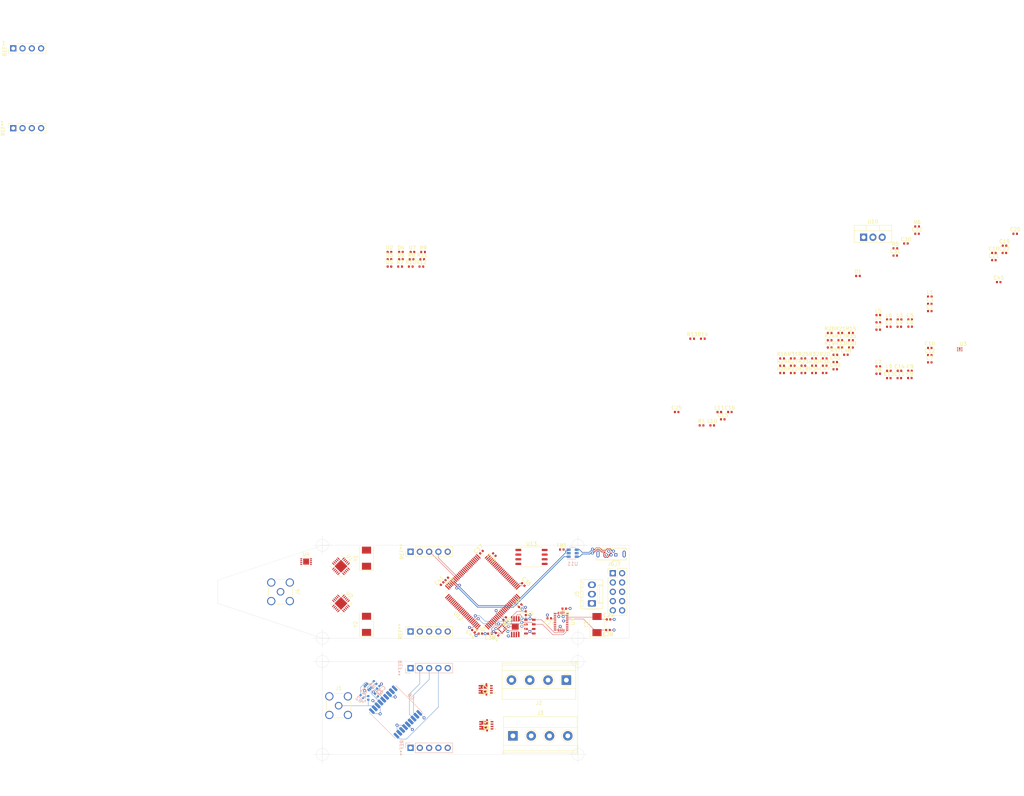
<source format=kicad_pcb>
(kicad_pcb (version 20171130) (host pcbnew "(5.1.10)-1")
  (layers (0 F.Cu signal) (1 GND.Cu power) (2 3v3.Cu power) (31 B.Cu signal) (34 B.Paste user) (35 F.Paste user) (36 B.SilkS user) (37 F.SilkS user) (38 B.Mask user) (39 F.Mask user) (44 Edge.Cuts user))
  (net 0 "")
  (net 1 GND)
  (net 2 +3V3)
  (net 3 "Net-(C4-Pad1)")
  (net 4 "Net-(C4-Pad2)")
  (net 5 "Net-(C5-Pad1)")
  (net 6 "Net-(C6-Pad1)")
  (net 7 "Net-(C10-Pad2)")
  (net 8 "Net-(C11-Pad2)")
  (net 9 "Net-(C11-Pad1)")
  (net 10 "Net-(C12-Pad2)")
  (net 11 "/RX Si4463/RF_Out")
  (net 12 "/ADL Amplifier/RF_In")
  (net 13 +5V)
  (net 14 /MAX-8Q/GPS_VCC_RF)
  (net 15 "Net-(C27-Pad1)")
  (net 16 "Net-(C28-Pad2)")
  (net 17 "Net-(C29-Pad1)")
  (net 18 /STM32L562VET6Q/DEBUG_NRST)
  (net 19 "Net-(D1-Pad2)")
  (net 20 "Net-(FB1-Pad2)")
  (net 21 /MAX-8Q/GPS_ANT)
  (net 22 "/Charges Firing Circuits/Fet_A+")
  (net 23 "/Charges Firing Circuits/Fet_A-")
  (net 24 "/Charges Firing Circuits/Fet_B+")
  (net 25 "/Charges Firing Circuits/Fet_B-")
  (net 26 "/Charges Firing Circuits/Fet_D-")
  (net 27 "/Charges Firing Circuits/Fet_D+")
  (net 28 "/Charges Firing Circuits/Fet_C-")
  (net 29 "/Charges Firing Circuits/Fet_C+")
  (net 30 "/RSD DUPLEXER/Antenna")
  (net 31 "/USB, ESD, and Debug/USB_CONN_D-")
  (net 32 "/USB, ESD, and Debug/USB_CONN_D+")
  (net 33 /STM32L562VET6Q/DEBUG_SWDIO)
  (net 34 /STM32L562VET6Q/DEBUG_SWCLK)
  (net 35 "Net-(L2-Pad2)")
  (net 36 "Net-(L10-Pad2)")
  (net 37 "Net-(L11-Pad1)")
  (net 38 "Net-(L12-Pad1)")
  (net 39 "Net-(Q1-Pad2)")
  (net 40 "Net-(Q1-Pad6)")
  (net 41 /MAX-8Q/GPS_LNA_EN)
  (net 42 "Net-(Q2-Pad2)")
  (net 43 "Net-(Q2-Pad4)")
  (net 44 "Net-(Q3-Pad4)")
  (net 45 "Net-(Q3-Pad2)")
  (net 46 "Net-(R1-Pad2)")
  (net 47 "Net-(R5-Pad1)")
  (net 48 /Fire_A)
  (net 49 /Fire_B)
  (net 50 /Fire_C)
  (net 51 /Fire_D)
  (net 52 /Sense_A)
  (net 53 /Sense_B)
  (net 54 /Sense_C)
  (net 55 /Sense_D)
  (net 56 /SENSORS_I2C_SCL)
  (net 57 /SENSORS_I2C_SDA)
  (net 58 "Net-(U1-Pad1)")
  (net 59 "Net-(U1-Pad2)")
  (net 60 "Net-(U1-Pad3)")
  (net 61 "Net-(U1-Pad5)")
  (net 62 "Net-(U1-Pad7)")
  (net 63 "Net-(U1-Pad9)")
  (net 64 "Net-(U1-Pad10)")
  (net 65 /~TX_IRQ)
  (net 66 /TX_SCL)
  (net 67 /TX_SDO)
  (net 68 /TX_SDI)
  (net 69 /~TX_SEL)
  (net 70 "Net-(U1-Pad16)")
  (net 71 "Net-(U1-Pad17)")
  (net 72 "Net-(U1-Pad19)")
  (net 73 "Net-(U1-Pad20)")
  (net 74 "Net-(U2-Pad20)")
  (net 75 "Net-(U2-Pad19)")
  (net 76 "Net-(U2-Pad17)")
  (net 77 "Net-(U2-Pad16)")
  (net 78 /~RX_SEL)
  (net 79 /RX_SDI)
  (net 80 /RX_SDO)
  (net 81 /RX_SCL)
  (net 82 /~RX_IRQ)
  (net 83 "Net-(U2-Pad10)")
  (net 84 "Net-(U2-Pad9)")
  (net 85 "Net-(U2-Pad7)")
  (net 86 "Net-(U2-Pad5)")
  (net 87 "Net-(U2-Pad4)")
  (net 88 "Net-(U2-Pad1)")
  (net 89 "/ADL Amplifier/RF_Out")
  (net 90 /GPS_TX)
  (net 91 /GPS_RX)
  (net 92 "Net-(U6-Pad4)")
  (net 93 /~GPS_RESET)
  (net 94 "Net-(U6-Pad15)")
  (net 95 "Net-(U6-Pad18)")
  (net 96 /KX134/KX134_INT1)
  (net 97 /KX134/KX134_INT2)
  (net 98 /MCP9808/ALERT)
  (net 99 "Net-(U9-Pad1)")
  (net 100 /BNO055/~BTL)
  (net 101 "Net-(U9-Pad24)")
  (net 102 "Net-(U9-Pad23)")
  (net 103 "Net-(U9-Pad22)")
  (net 104 "Net-(U9-Pad21)")
  (net 105 "Net-(U9-Pad7)")
  (net 106 "Net-(U9-Pad8)")
  (net 107 /BNO055/BTL_IND)
  (net 108 /BNO055/~RESET)
  (net 109 "Net-(U9-Pad12)")
  (net 110 "Net-(U9-Pad13)")
  (net 111 /BNO055/INT)
  (net 112 "/USB, ESD, and Debug/D+")
  (net 113 "/USB, ESD, and Debug/D-")
  (net 114 /STM32L562VET6Q/ABORT_2)
  (net 115 /STM32L562VET6Q/ABORT_1)
  (net 116 "Net-(U12-Pad3)")
  (net 117 "Net-(U12-Pad7)")
  (net 118 "Net-(U12-Pad15)")
  (net 119 "Net-(U12-Pad16)")
  (net 120 "Net-(U12-Pad19)")
  (net 121 "Net-(U12-Pad20)")
  (net 122 "Net-(U12-Pad22)")
  (net 123 "Net-(U12-Pad25)")
  (net 124 /FLASH_CLK)
  (net 125 /FLASH_MISO)
  (net 126 /FLASH_MOSI)
  (net 127 /~FLASH_CS)
  (net 128 "Net-(U12-Pad33)")
  (net 129 "Net-(U12-Pad34)")
  (net 130 "Net-(U12-Pad35)")
  (net 131 "Net-(U12-Pad36)")
  (net 132 "Net-(U12-Pad37)")
  (net 133 "Net-(U12-Pad38)")
  (net 134 "Net-(U12-Pad39)")
  (net 135 "Net-(U12-Pad40)")
  (net 136 "Net-(U12-Pad41)")
  (net 137 "Net-(U12-Pad42)")
  (net 138 "Net-(U12-Pad43)")
  (net 139 "Net-(U12-Pad44)")
  (net 140 "Net-(U12-Pad45)")
  (net 141 "Net-(U12-Pad47)")
  (net 142 "Net-(U12-Pad48)")
  (net 143 "Net-(U12-Pad50)")
  (net 144 "Net-(U12-Pad55)")
  (net 145 "Net-(U12-Pad56)")
  (net 146 "Net-(U12-Pad65)")
  (net 147 "Net-(U12-Pad66)")
  (net 148 "Net-(U12-Pad77)")
  (net 149 "Net-(U12-Pad82)")
  (net 150 "Net-(U12-Pad83)")
  (net 151 "Net-(U12-Pad84)")
  (net 152 "Net-(U12-Pad85)")
  (net 153 "Net-(U12-Pad86)")
  (net 154 "Net-(U12-Pad87)")
  (net 155 "Net-(U12-Pad88)")
  (net 156 "Net-(U12-Pad89)")
  (net 157 "Net-(U12-Pad90)")
  (net 158 "Net-(U12-Pad91)")
  (net 159 "Net-(U12-Pad92)")
  (net 160 "Net-(U12-Pad93)")
  (net 161 "Net-(U12-Pad94)")
  (net 162 "Net-(U12-Pad97)")
  (net 163 "Net-(U12-Pad99)")
  (net 164 "Net-(C46-Pad1)")
  (net 165 "Net-(C47-Pad1)")
  (net 166 "Net-(C48-Pad1)")
  (net 167 "Net-(C49-Pad1)")
  (net 168 "Net-(D2-Pad2)")
  (net 169 "Net-(D3-Pad2)")
  (net 170 "Net-(D4-Pad2)")
  (net 171 "Net-(D5-Pad2)")
  (net 172 "Net-(D6-Pad2)")
  (net 173 "Net-(D7-Pad2)")
  (net 174 "Net-(J6-Pad6)")
  (net 175 "Net-(J6-Pad4)")
  (net 176 "Net-(J7-Pad8)")
  (net 177 "Net-(J7-Pad7)")
  (net 178 "Net-(J7-Pad6)")
  (net 179 "Net-(R7-Pad1)")
  (net 180 "Net-(R8-Pad1)")
  (net 181 "Net-(R9-Pad1)")
  (net 182 "Net-(R10-Pad1)")
  (net 183 "Net-(R11-Pad1)")
  (net 184 "Net-(R12-Pad1)")
  (net 185 "Net-(U12-Pad13)")
  (net 186 "Net-(U12-Pad12)")
  (module Connector_PinSocket_2.54mm:PinSocket_1x04_P2.54mm_Vertical (layer F.Cu) (at 4.425 -6.05 90)
    (fp_text reference REF** (at 0 -2.77 90) (layer F.SilkS))
    (fp_text value PinSocket_1x04_P2.54mm_Vertical)
    (pad 1 thru_hole rect (at 0 0 90) (size 1.7 1.7) (drill 1) (layers *.Cu *.Mask))
    (pad 2 thru_hole oval (at 0 2.54 90) (size 1.7 1.7) (drill 1) (layers *.Cu *.Mask))
    (pad 3 thru_hole oval (at 0 5.08 90) (size 1.7 1.7) (drill 1) (layers *.Cu *.Mask))
    (pad 4 thru_hole oval (at 0 7.62 90) (size 1.7 1.7) (drill 1) (layers *.Cu *.Mask))
  )
  (module Connector_PinHeader_2.54mm:PinHeader_1x04_P2.54mm_Vertical (layer F.Cu) (at 4.425 -27.85 90)
    (fp_text reference REF** (at 0 -2.33 90) (layer F.SilkS))
    (fp_text value PinHeader_1x04_P2.54mm_Vertical)
    (pad 4 thru_hole oval (at 0 7.62 90) (size 1.7 1.7) (drill 1) (layers *.Cu *.Mask))
    (pad 3 thru_hole oval (at 0 5.08 90) (size 1.7 1.7) (drill 1) (layers *.Cu *.Mask))
    (pad 2 thru_hole oval (at 0 2.54 90) (size 1.7 1.7) (drill 1) (layers *.Cu *.Mask))
    (pad 1 thru_hole rect (at 0 0 90) (size 1.7 1.7) (drill 1) (layers *.Cu *.Mask))
  )
  (module Connector_PinHeader_2.54mm:PinHeader_1x05_P2.54mm_Vertical (layer B.Cu) (at 113 163.3 270)
    (fp_text reference REF** (at 0 2.33 270) (layer B.SilkS) (effects (justify mirror)))
    (fp_text value PinHeader_1x05_P2.54mm_Vertical)
    (pad 5 thru_hole oval (at 0 -10.16 270) (size 1.7 1.7) (drill 1) (layers *.Cu *.Mask) (net 1 GND))
    (pad 4 thru_hole oval (at 0 -7.62 270) (size 1.7 1.7) (drill 1) (layers *.Cu *.Mask))
    (pad 3 thru_hole oval (at 0 -5.08 270) (size 1.7 1.7) (drill 1) (layers *.Cu *.Mask))
    (pad 2 thru_hole oval (at 0 -2.54 270) (size 1.7 1.7) (drill 1) (layers *.Cu *.Mask))
    (pad 1 thru_hole rect (at 0 0 270) (size 1.7 1.7) (drill 1) (layers *.Cu *.Mask) (net 1 GND))
  )
  (module Connector_PinSocket_2.54mm:PinSocket_1x05_P2.54mm_Vertical (layer B.Cu) (at 113 141.5 270)
    (fp_text reference REF** (at 0 2.77 270) (layer B.SilkS) (effects (justify mirror)))
    (fp_text value PinSocket_1x05_P2.54mm_Vertical)
    (pad 5 thru_hole oval (at 0 -10.16 270) (size 1.7 1.7) (drill 1) (layers *.Cu *.Mask) (net 1 GND))
    (pad 4 thru_hole oval (at 0 -7.62 270) (size 1.7 1.7) (drill 1) (layers *.Cu *.Mask) (net 93 /~GPS_RESET))
    (pad 3 thru_hole oval (at 0 -5.08 270) (size 1.7 1.7) (drill 1) (layers *.Cu *.Mask) (net 90 /GPS_TX))
    (pad 2 thru_hole oval (at 0 -2.54 270) (size 1.7 1.7) (drill 1) (layers *.Cu *.Mask) (net 91 /GPS_RX))
    (pad 1 thru_hole rect (at 0 0 270) (size 1.7 1.7) (drill 1) (layers *.Cu *.Mask) (net 2 +3V3))
  )
  (module Connector_PinSocket_2.54mm:PinSocket_1x05_P2.54mm_Vertical (layer F.Cu) (at 113 131.5 90)
    (fp_text reference REF** (at 0 -2.77 90) (layer F.SilkS))
    (fp_text value PinSocket_1x05_P2.54mm_Vertical)
    (pad 5 thru_hole oval (at 0 10.16 90) (size 1.7 1.7) (drill 1) (layers *.Cu *.Mask))
    (pad 4 thru_hole oval (at 0 7.62 90) (size 1.7 1.7) (drill 1) (layers *.Cu *.Mask))
    (pad 3 thru_hole oval (at 0 5.08 90) (size 1.7 1.7) (drill 1) (layers *.Cu *.Mask))
    (pad 2 thru_hole oval (at 0 2.54 90) (size 1.7 1.7) (drill 1) (layers *.Cu *.Mask))
    (pad 1 thru_hole rect (at 0 0 90) (size 1.7 1.7) (drill 1) (layers *.Cu *.Mask))
  )
  (module Connector_PinHeader_2.54mm:PinHeader_1x05_P2.54mm_Vertical (layer F.Cu) (at 113 109.7 90)
    (fp_text reference REF** (at 0 -2.33 90) (layer F.SilkS))
    (fp_text value PinHeader_1x05_P2.54mm_Vertical)
    (pad 5 thru_hole oval (at 0 10.16 90) (size 1.7 1.7) (drill 1) (layers *.Cu *.Mask) (net 1 GND))
    (pad 4 thru_hole oval (at 0 7.62 90) (size 1.7 1.7) (drill 1) (layers *.Cu *.Mask) (net 93 /~GPS_RESET))
    (pad 3 thru_hole oval (at 0 5.08 90) (size 1.7 1.7) (drill 1) (layers *.Cu *.Mask) (net 90 /GPS_TX))
    (pad 2 thru_hole oval (at 0 2.54 90) (size 1.7 1.7) (drill 1) (layers *.Cu *.Mask) (net 91 /GPS_RX))
    (pad 1 thru_hole rect (at 0 0 90) (size 1.7 1.7) (drill 1) (layers *.Cu *.Mask) (net 2 +3V3))
  )
  (module Crystal:Crystal_SMD_0603-2Pin_6.0x3.5mm (layer F.Cu) (at 163.95 129.6 90)
    (fp_text reference Y3 (at 0 -2.95 90) (layer F.SilkS))
    (fp_text value 32.768kHz)
    (pad 2 smd rect (at 2.2 0 90) (size 1.9 2.5) (layers F.Cu F.Paste F.Mask) (net 17 "Net-(C29-Pad1)"))
    (pad 1 smd rect (at -2.2 0 90) (size 1.9 2.5) (layers F.Cu F.Paste F.Mask) (net 16 "Net-(C28-Pad2)"))
  )
  (module Connector_USB:USB_Micro-B_Wuerth_614105150721_Vertical (layer F.Cu) (at 169.1 110.55 180)
    (fp_text reference J6 (at 1.3 -2.48) (layer F.SilkS))
    (fp_text value 10118192-0001LF)
    (pad 6 thru_hole oval (at 4.875 0.22 180) (size 0.85 1.85) (drill oval 0.35 1.35) (layers *.Cu *.Mask) (net 174 "Net-(J6-Pad6)"))
    (pad 6 thru_hole oval (at -2.275 0.22 180) (size 0.85 1.85) (drill oval 0.35 1.35) (layers *.Cu *.Mask) (net 174 "Net-(J6-Pad6)"))
    (pad 5 thru_hole circle (at 2.6 0 180) (size 0.84 0.84) (drill 0.44) (layers *.Cu *.Mask) (net 1 GND))
    (pad 4 thru_hole circle (at 1.95 1 180) (size 0.84 0.84) (drill 0.44) (layers *.Cu *.Mask) (net 175 "Net-(J6-Pad4)"))
    (pad 3 thru_hole circle (at 1.3 0 180) (size 0.84 0.84) (drill 0.44) (layers *.Cu *.Mask) (net 32 "/USB, ESD, and Debug/USB_CONN_D+"))
    (pad 2 thru_hole circle (at 0.65 1 180) (size 0.84 0.84) (drill 0.44) (layers *.Cu *.Mask) (net 31 "/USB, ESD, and Debug/USB_CONN_D-"))
    (pad 1 thru_hole rect (at 0 0 180) (size 0.84 0.84) (drill 0.44) (layers *.Cu *.Mask) (net 20 "Net-(FB1-Pad2)"))
  )
  (module Crystal:Crystal_SMD_0603-2Pin_6.0x3.5mm (layer F.Cu) (at 100.965 129.54 90)
    (fp_text reference Y2 (at 0 -2.95 90) (layer F.SilkS))
    (fp_text value 30MHz)
    (pad 2 smd rect (at 2.2 0 90) (size 1.9 2.5) (layers F.Cu F.Paste F.Mask) (net 76 "Net-(U2-Pad17)"))
    (pad 1 smd rect (at -2.2 0 90) (size 1.9 2.5) (layers F.Cu F.Paste F.Mask) (net 77 "Net-(U2-Pad16)"))
  )
  (module Crystal:Crystal_SMD_0603-2Pin_6.0x3.5mm (layer F.Cu) (at 100.965 111.465 90)
    (fp_text reference Y1 (at 0 -2.95 90) (layer F.SilkS))
    (fp_text value 30MHz)
    (pad 2 smd rect (at 2.2 0 90) (size 1.9 2.5) (layers F.Cu F.Paste F.Mask) (net 71 "Net-(U1-Pad17)"))
    (pad 1 smd rect (at -2.2 0 90) (size 1.9 2.5) (layers F.Cu F.Paste F.Mask) (net 70 "Net-(U1-Pad16)"))
  )
  (module Package_SO:SOIC-8_5.23x5.23mm_P1.27mm (layer F.Cu) (at 146.05 111.125)
    (fp_text reference U13 (at 0 -3.56) (layer F.SilkS))
    (fp_text value W25Q32JVSS)
    (pad 8 smd roundrect (at 3.6 -1.905) (size 1.6 0.6) (layers F.Cu F.Paste F.Mask) (net 2 +3V3))
    (pad 7 smd roundrect (at 3.6 -0.635) (size 1.6 0.6) (layers F.Cu F.Paste F.Mask) (net 1 GND))
    (pad 6 smd roundrect (at 3.6 0.635) (size 1.6 0.6) (layers F.Cu F.Paste F.Mask) (net 124 /FLASH_CLK))
    (pad 5 smd roundrect (at 3.6 1.905) (size 1.6 0.6) (layers F.Cu F.Paste F.Mask) (net 126 /FLASH_MOSI))
    (pad 4 smd roundrect (at -3.6 1.905) (size 1.6 0.6) (layers F.Cu F.Paste F.Mask) (net 1 GND))
    (pad 3 smd roundrect (at -3.6 0.635) (size 1.6 0.6) (layers F.Cu F.Paste F.Mask) (net 1 GND))
    (pad 2 smd roundrect (at -3.6 -0.635) (size 1.6 0.6) (layers F.Cu F.Paste F.Mask) (net 125 /FLASH_MISO))
    (pad 1 smd roundrect (at -3.6 -1.905) (size 1.6 0.6) (layers F.Cu F.Paste F.Mask) (net 127 /~FLASH_CS))
  )
  (module Package_QFP:LQFP-100_14x14mm_P0.5mm (layer F.Cu) (at 132.715 120.65 135)
    (fp_text reference U12 (at 0 -9.42 135) (layer F.SilkS))
    (fp_text value STM32L562VET)
    (pad 100 smd roundrect (at -6 -7.675 135) (size 0.3 1.6) (layers F.Cu F.Paste F.Mask) (net 2 +3V3))
    (pad 99 smd roundrect (at -5.5 -7.675 135) (size 0.3 1.6) (layers F.Cu F.Paste F.Mask) (net 163 "Net-(U12-Pad99)"))
    (pad 98 smd roundrect (at -5 -7.675 135) (size 0.3 1.6) (layers F.Cu F.Paste F.Mask) (net 1 GND))
    (pad 97 smd roundrect (at -4.5 -7.675 135) (size 0.3 1.6) (layers F.Cu F.Paste F.Mask) (net 162 "Net-(U12-Pad97)"))
    (pad 96 smd roundrect (at -4 -7.675 135) (size 0.3 1.6) (layers F.Cu F.Paste F.Mask) (net 57 /SENSORS_I2C_SDA))
    (pad 95 smd roundrect (at -3.5 -7.675 135) (size 0.3 1.6) (layers F.Cu F.Paste F.Mask) (net 56 /SENSORS_I2C_SCL))
    (pad 94 smd roundrect (at -3 -7.675 135) (size 0.3 1.6) (layers F.Cu F.Paste F.Mask) (net 161 "Net-(U12-Pad94)"))
    (pad 93 smd roundrect (at -2.5 -7.675 135) (size 0.3 1.6) (layers F.Cu F.Paste F.Mask) (net 160 "Net-(U12-Pad93)"))
    (pad 92 smd roundrect (at -2 -7.675 135) (size 0.3 1.6) (layers F.Cu F.Paste F.Mask) (net 159 "Net-(U12-Pad92)"))
    (pad 91 smd roundrect (at -1.5 -7.675 135) (size 0.3 1.6) (layers F.Cu F.Paste F.Mask) (net 158 "Net-(U12-Pad91)"))
    (pad 90 smd roundrect (at -1 -7.675 135) (size 0.3 1.6) (layers F.Cu F.Paste F.Mask) (net 157 "Net-(U12-Pad90)"))
    (pad 89 smd roundrect (at -0.5 -7.675 135) (size 0.3 1.6) (layers F.Cu F.Paste F.Mask) (net 156 "Net-(U12-Pad89)"))
    (pad 88 smd roundrect (at 0 -7.675 135) (size 0.3 1.6) (layers F.Cu F.Paste F.Mask) (net 155 "Net-(U12-Pad88)"))
    (pad 87 smd roundrect (at 0.5 -7.675 135) (size 0.3 1.6) (layers F.Cu F.Paste F.Mask) (net 154 "Net-(U12-Pad87)"))
    (pad 86 smd roundrect (at 1 -7.675 135) (size 0.3 1.6) (layers F.Cu F.Paste F.Mask) (net 153 "Net-(U12-Pad86)"))
    (pad 85 smd roundrect (at 1.5 -7.675 135) (size 0.3 1.6) (layers F.Cu F.Paste F.Mask) (net 152 "Net-(U12-Pad85)"))
    (pad 84 smd roundrect (at 2 -7.675 135) (size 0.3 1.6) (layers F.Cu F.Paste F.Mask) (net 151 "Net-(U12-Pad84)"))
    (pad 83 smd roundrect (at 2.5 -7.675 135) (size 0.3 1.6) (layers F.Cu F.Paste F.Mask) (net 150 "Net-(U12-Pad83)"))
    (pad 82 smd roundrect (at 3 -7.675 135) (size 0.3 1.6) (layers F.Cu F.Paste F.Mask) (net 149 "Net-(U12-Pad82)"))
    (pad 81 smd roundrect (at 3.5 -7.675 135) (size 0.3 1.6) (layers F.Cu F.Paste F.Mask) (net 69 /~TX_SEL))
    (pad 80 smd roundrect (at 4 -7.675 135) (size 0.3 1.6) (layers F.Cu F.Paste F.Mask) (net 79 /RX_SDI))
    (pad 79 smd roundrect (at 4.5 -7.675 135) (size 0.3 1.6) (layers F.Cu F.Paste F.Mask) (net 80 /RX_SDO))
    (pad 78 smd roundrect (at 5 -7.675 135) (size 0.3 1.6) (layers F.Cu F.Paste F.Mask) (net 81 /RX_SCL))
    (pad 77 smd roundrect (at 5.5 -7.675 135) (size 0.3 1.6) (layers F.Cu F.Paste F.Mask) (net 148 "Net-(U12-Pad77)"))
    (pad 76 smd roundrect (at 6 -7.675 135) (size 0.3 1.6) (layers F.Cu F.Paste F.Mask) (net 34 /STM32L562VET6Q/DEBUG_SWCLK))
    (pad 75 smd roundrect (at 7.675 -6 135) (size 1.6 0.3) (layers F.Cu F.Paste F.Mask) (net 2 +3V3))
    (pad 74 smd roundrect (at 7.675 -5.5 135) (size 1.6 0.3) (layers F.Cu F.Paste F.Mask) (net 1 GND))
    (pad 73 smd roundrect (at 7.675 -5 135) (size 1.6 0.3) (layers F.Cu F.Paste F.Mask) (net 2 +3V3))
    (pad 72 smd roundrect (at 7.675 -4.5 135) (size 1.6 0.3) (layers F.Cu F.Paste F.Mask) (net 33 /STM32L562VET6Q/DEBUG_SWDIO))
    (pad 71 smd roundrect (at 7.675 -4 135) (size 1.6 0.3) (layers F.Cu F.Paste F.Mask) (net 112 "/USB, ESD, and Debug/D+"))
    (pad 70 smd roundrect (at 7.675 -3.5 135) (size 1.6 0.3) (layers F.Cu F.Paste F.Mask) (net 113 "/USB, ESD, and Debug/D-"))
    (pad 69 smd roundrect (at 7.675 -3 135) (size 1.6 0.3) (layers F.Cu F.Paste F.Mask) (net 91 /GPS_RX))
    (pad 68 smd roundrect (at 7.675 -2.5 135) (size 1.6 0.3) (layers F.Cu F.Paste F.Mask) (net 90 /GPS_TX))
    (pad 67 smd roundrect (at 7.675 -2 135) (size 1.6 0.3) (layers F.Cu F.Paste F.Mask) (net 93 /~GPS_RESET))
    (pad 66 smd roundrect (at 7.675 -1.5 135) (size 1.6 0.3) (layers F.Cu F.Paste F.Mask) (net 147 "Net-(U12-Pad66)"))
    (pad 65 smd roundrect (at 7.675 -1 135) (size 1.6 0.3) (layers F.Cu F.Paste F.Mask) (net 146 "Net-(U12-Pad65)"))
    (pad 64 smd roundrect (at 7.675 -0.5 135) (size 1.6 0.3) (layers F.Cu F.Paste F.Mask) (net 82 /~RX_IRQ))
    (pad 63 smd roundrect (at 7.675 0 135) (size 1.6 0.3) (layers F.Cu F.Paste F.Mask) (net 65 /~TX_IRQ))
    (pad 62 smd roundrect (at 7.675 0.5 135) (size 1.6 0.3) (layers F.Cu F.Paste F.Mask) (net 184 "Net-(R12-Pad1)"))
    (pad 61 smd roundrect (at 7.675 1 135) (size 1.6 0.3) (layers F.Cu F.Paste F.Mask) (net 183 "Net-(R11-Pad1)"))
    (pad 60 smd roundrect (at 7.675 1.5 135) (size 1.6 0.3) (layers F.Cu F.Paste F.Mask) (net 182 "Net-(R10-Pad1)"))
    (pad 59 smd roundrect (at 7.675 2 135) (size 1.6 0.3) (layers F.Cu F.Paste F.Mask) (net 181 "Net-(R9-Pad1)"))
    (pad 58 smd roundrect (at 7.675 2.5 135) (size 1.6 0.3) (layers F.Cu F.Paste F.Mask) (net 180 "Net-(R8-Pad1)"))
    (pad 57 smd roundrect (at 7.675 3 135) (size 1.6 0.3) (layers F.Cu F.Paste F.Mask) (net 179 "Net-(R7-Pad1)"))
    (pad 56 smd roundrect (at 7.675 3.5 135) (size 1.6 0.3) (layers F.Cu F.Paste F.Mask) (net 145 "Net-(U12-Pad56)"))
    (pad 55 smd roundrect (at 7.675 4 135) (size 1.6 0.3) (layers F.Cu F.Paste F.Mask) (net 144 "Net-(U12-Pad55)"))
    (pad 54 smd roundrect (at 7.675 4.5 135) (size 1.6 0.3) (layers F.Cu F.Paste F.Mask) (net 68 /TX_SDI))
    (pad 53 smd roundrect (at 7.675 5 135) (size 1.6 0.3) (layers F.Cu F.Paste F.Mask) (net 67 /TX_SDO))
    (pad 52 smd roundrect (at 7.675 5.5 135) (size 1.6 0.3) (layers F.Cu F.Paste F.Mask) (net 66 /TX_SCL))
    (pad 51 smd roundrect (at 7.675 6 135) (size 1.6 0.3) (layers F.Cu F.Paste F.Mask) (net 2 +3V3))
    (pad 50 smd roundrect (at 6 7.675 135) (size 0.3 1.6) (layers F.Cu F.Paste F.Mask) (net 143 "Net-(U12-Pad50)"))
    (pad 49 smd roundrect (at 5.5 7.675 135) (size 0.3 1.6) (layers F.Cu F.Paste F.Mask) (net 1 GND))
    (pad 48 smd roundrect (at 5 7.675 135) (size 0.3 1.6) (layers F.Cu F.Paste F.Mask) (net 142 "Net-(U12-Pad48)"))
    (pad 47 smd roundrect (at 4.5 7.675 135) (size 0.3 1.6) (layers F.Cu F.Paste F.Mask) (net 141 "Net-(U12-Pad47)"))
    (pad 46 smd roundrect (at 4 7.675 135) (size 0.3 1.6) (layers F.Cu F.Paste F.Mask) (net 2 +3V3))
    (pad 45 smd roundrect (at 3.5 7.675 135) (size 0.3 1.6) (layers F.Cu F.Paste F.Mask) (net 140 "Net-(U12-Pad45)"))
    (pad 44 smd roundrect (at 3 7.675 135) (size 0.3 1.6) (layers F.Cu F.Paste F.Mask) (net 139 "Net-(U12-Pad44)"))
    (pad 43 smd roundrect (at 2.5 7.675 135) (size 0.3 1.6) (layers F.Cu F.Paste F.Mask) (net 138 "Net-(U12-Pad43)"))
    (pad 42 smd roundrect (at 2 7.675 135) (size 0.3 1.6) (layers F.Cu F.Paste F.Mask) (net 137 "Net-(U12-Pad42)"))
    (pad 41 smd roundrect (at 1.5 7.675 135) (size 0.3 1.6) (layers F.Cu F.Paste F.Mask) (net 136 "Net-(U12-Pad41)"))
    (pad 40 smd roundrect (at 1 7.675 135) (size 0.3 1.6) (layers F.Cu F.Paste F.Mask) (net 135 "Net-(U12-Pad40)"))
    (pad 39 smd roundrect (at 0.5 7.675 135) (size 0.3 1.6) (layers F.Cu F.Paste F.Mask) (net 134 "Net-(U12-Pad39)"))
    (pad 38 smd roundrect (at 0 7.675 135) (size 0.3 1.6) (layers F.Cu F.Paste F.Mask) (net 133 "Net-(U12-Pad38)"))
    (pad 37 smd roundrect (at -0.5 7.675 135) (size 0.3 1.6) (layers F.Cu F.Paste F.Mask) (net 132 "Net-(U12-Pad37)"))
    (pad 36 smd roundrect (at -1 7.675 135) (size 0.3 1.6) (layers F.Cu F.Paste F.Mask) (net 131 "Net-(U12-Pad36)"))
    (pad 35 smd roundrect (at -1.5 7.675 135) (size 0.3 1.6) (layers F.Cu F.Paste F.Mask) (net 130 "Net-(U12-Pad35)"))
    (pad 34 smd roundrect (at -2 7.675 135) (size 0.3 1.6) (layers F.Cu F.Paste F.Mask) (net 129 "Net-(U12-Pad34)"))
    (pad 33 smd roundrect (at -2.5 7.675 135) (size 0.3 1.6) (layers F.Cu F.Paste F.Mask) (net 128 "Net-(U12-Pad33)"))
    (pad 32 smd roundrect (at -3 7.675 135) (size 0.3 1.6) (layers F.Cu F.Paste F.Mask) (net 127 /~FLASH_CS))
    (pad 31 smd roundrect (at -3.5 7.675 135) (size 0.3 1.6) (layers F.Cu F.Paste F.Mask) (net 126 /FLASH_MOSI))
    (pad 30 smd roundrect (at -4 7.675 135) (size 0.3 1.6) (layers F.Cu F.Paste F.Mask) (net 125 /FLASH_MISO))
    (pad 29 smd roundrect (at -4.5 7.675 135) (size 0.3 1.6) (layers F.Cu F.Paste F.Mask) (net 124 /FLASH_CLK))
    (pad 28 smd roundrect (at -5 7.675 135) (size 0.3 1.6) (layers F.Cu F.Paste F.Mask) (net 78 /~RX_SEL))
    (pad 27 smd roundrect (at -5.5 7.675 135) (size 0.3 1.6) (layers F.Cu F.Paste F.Mask) (net 2 +3V3))
    (pad 26 smd roundrect (at -6 7.675 135) (size 0.3 1.6) (layers F.Cu F.Paste F.Mask) (net 1 GND))
    (pad 25 smd roundrect (at -7.675 6 135) (size 1.6 0.3) (layers F.Cu F.Paste F.Mask) (net 123 "Net-(U12-Pad25)"))
    (pad 24 smd roundrect (at -7.675 5.5 135) (size 1.6 0.3) (layers F.Cu F.Paste F.Mask) (net 55 /Sense_D))
    (pad 23 smd roundrect (at -7.675 5 135) (size 1.6 0.3) (layers F.Cu F.Paste F.Mask) (net 51 /Fire_D))
    (pad 22 smd roundrect (at -7.675 4.5 135) (size 1.6 0.3) (layers F.Cu F.Paste F.Mask) (net 122 "Net-(U12-Pad22)"))
    (pad 21 smd roundrect (at -7.675 4 135) (size 1.6 0.3) (layers F.Cu F.Paste F.Mask) (net 2 +3V3))
    (pad 20 smd roundrect (at -7.675 3.5 135) (size 1.6 0.3) (layers F.Cu F.Paste F.Mask) (net 121 "Net-(U12-Pad20)"))
    (pad 19 smd roundrect (at -7.675 3 135) (size 1.6 0.3) (layers F.Cu F.Paste F.Mask) (net 120 "Net-(U12-Pad19)"))
    (pad 18 smd roundrect (at -7.675 2.5 135) (size 1.6 0.3) (layers F.Cu F.Paste F.Mask) (net 54 /Sense_C))
    (pad 17 smd roundrect (at -7.675 2 135) (size 1.6 0.3) (layers F.Cu F.Paste F.Mask) (net 50 /Fire_C))
    (pad 16 smd roundrect (at -7.675 1.5 135) (size 1.6 0.3) (layers F.Cu F.Paste F.Mask) (net 119 "Net-(U12-Pad16)"))
    (pad 15 smd roundrect (at -7.675 1 135) (size 1.6 0.3) (layers F.Cu F.Paste F.Mask) (net 118 "Net-(U12-Pad15)"))
    (pad 14 smd roundrect (at -7.675 0.5 135) (size 1.6 0.3) (layers F.Cu F.Paste F.Mask) (net 18 /STM32L562VET6Q/DEBUG_NRST))
    (pad 13 smd roundrect (at -7.675 0 135) (size 1.6 0.3) (layers F.Cu F.Paste F.Mask) (net 185 "Net-(U12-Pad13)"))
    (pad 12 smd roundrect (at -7.675 -0.5 135) (size 1.6 0.3) (layers F.Cu F.Paste F.Mask) (net 186 "Net-(U12-Pad12)"))
    (pad 11 smd roundrect (at -7.675 -1 135) (size 1.6 0.3) (layers F.Cu F.Paste F.Mask) (net 2 +3V3))
    (pad 10 smd roundrect (at -7.675 -1.5 135) (size 1.6 0.3) (layers F.Cu F.Paste F.Mask) (net 1 GND))
    (pad 9 smd roundrect (at -7.675 -2 135) (size 1.6 0.3) (layers F.Cu F.Paste F.Mask) (net 53 /Sense_B))
    (pad 8 smd roundrect (at -7.675 -2.5 135) (size 1.6 0.3) (layers F.Cu F.Paste F.Mask) (net 49 /Fire_B))
    (pad 7 smd roundrect (at -7.675 -3 135) (size 1.6 0.3) (layers F.Cu F.Paste F.Mask) (net 117 "Net-(U12-Pad7)"))
    (pad 6 smd roundrect (at -7.675 -3.5 135) (size 1.6 0.3) (layers F.Cu F.Paste F.Mask) (net 2 +3V3))
    (pad 5 smd roundrect (at -7.675 -4 135) (size 1.6 0.3) (layers F.Cu F.Paste F.Mask) (net 52 /Sense_A))
    (pad 4 smd roundrect (at -7.675 -4.5 135) (size 1.6 0.3) (layers F.Cu F.Paste F.Mask) (net 48 /Fire_A))
    (pad 3 smd roundrect (at -7.675 -5 135) (size 1.6 0.3) (layers F.Cu F.Paste F.Mask) (net 116 "Net-(U12-Pad3)"))
    (pad 2 smd roundrect (at -7.675 -5.5 135) (size 1.6 0.3) (layers F.Cu F.Paste F.Mask) (net 115 /STM32L562VET6Q/ABORT_1))
    (pad 1 smd roundrect (at -7.675 -6 135) (size 1.6 0.3) (layers F.Cu F.Paste F.Mask) (net 114 /STM32L562VET6Q/ABORT_2))
  )
  (module Package_TO_SOT_SMD:SOT-23-6 (layer B.Cu) (at 157.3 110.1)
    (fp_text reference U11 (at 0 2.9) (layer B.SilkS) (effects (justify mirror)))
    (fp_text value USBLC6-2SC6)
    (pad 5 smd rect (at 1.1 0) (size 1.06 0.65) (layers B.Cu B.Paste B.Mask) (net 13 +5V))
    (pad 6 smd rect (at 1.1 0.95) (size 1.06 0.65) (layers B.Cu B.Paste B.Mask) (net 32 "/USB, ESD, and Debug/USB_CONN_D+"))
    (pad 4 smd rect (at 1.1 -0.95) (size 1.06 0.65) (layers B.Cu B.Paste B.Mask) (net 31 "/USB, ESD, and Debug/USB_CONN_D-"))
    (pad 3 smd rect (at -1.1 -0.95) (size 1.06 0.65) (layers B.Cu B.Paste B.Mask) (net 113 "/USB, ESD, and Debug/D-"))
    (pad 2 smd rect (at -1.1 0) (size 1.06 0.65) (layers B.Cu B.Paste B.Mask) (net 1 GND))
    (pad 1 smd rect (at -1.1 0.95) (size 1.06 0.65) (layers B.Cu B.Paste B.Mask) (net 112 "/USB, ESD, and Debug/D+"))
  )
  (module Package_TO_SOT_THT:TO-220-3_Vertical (layer F.Cu) (at 236.809 23.762)
    (fp_text reference U10 (at 2.54 -4.27) (layer F.SilkS))
    (fp_text value LM317T)
    (pad 3 thru_hole oval (at 5.08 0) (size 1.905 2) (drill 1.1) (layers *.Cu *.Mask) (net 13 +5V))
    (pad 2 thru_hole oval (at 2.54 0) (size 1.905 2) (drill 1.1) (layers *.Cu *.Mask) (net 2 +3V3))
    (pad 1 thru_hole rect (at 0 0) (size 1.905 2) (drill 1.1) (layers *.Cu *.Mask) (net 47 "Net-(R5-Pad1)"))
  )
  (module Package_LGA:LGA-28_5.2x3.8mm_P0.5mm (layer F.Cu) (at 154.14 128.825 270)
    (fp_text reference U9 (at 0 -3.25 90) (layer F.SilkS))
    (fp_text value BNO055)
    (pad 19 smd rect (at 2.3875 -0.75) (size 0.254 0.675) (layers F.Cu F.Paste F.Mask) (net 56 /SENSORS_I2C_SCL))
    (pad 6 smd rect (at -2.25 1.6625 270) (size 0.254 0.675) (layers F.Cu F.Paste F.Mask) (net 1 GND))
    (pad 2 smd rect (at -2.3875 -0.75) (size 0.254 0.675) (layers F.Cu F.Paste F.Mask) (net 1 GND))
    (pad 1 smd rect (at -2.25 -1.6625 270) (size 0.254 0.675) (layers F.Cu F.Paste F.Mask) (net 99 "Net-(U9-Pad1)"))
    (pad 3 smd rect (at -2.3875 -0.25) (size 0.254 0.675) (layers F.Cu F.Paste F.Mask) (net 2 +3V3))
    (pad 4 smd rect (at -2.3875 0.25) (size 0.254 0.675) (layers F.Cu F.Paste F.Mask) (net 100 /BNO055/~BTL))
    (pad 5 smd rect (at -2.3875 0.75) (size 0.254 0.675) (layers F.Cu F.Paste F.Mask) (net 1 GND))
    (pad 28 smd rect (at -1.75 -1.6625 270) (size 0.254 0.675) (layers F.Cu F.Paste F.Mask) (net 2 +3V3))
    (pad 27 smd rect (at -1.25 -1.6625 270) (size 0.254 0.675) (layers F.Cu F.Paste F.Mask) (net 17 "Net-(C29-Pad1)"))
    (pad 26 smd rect (at -0.75 -1.6625 270) (size 0.254 0.675) (layers F.Cu F.Paste F.Mask) (net 16 "Net-(C28-Pad2)"))
    (pad 25 smd rect (at -0.25 -1.6625 270) (size 0.254 0.675) (layers F.Cu F.Paste F.Mask) (net 1 GND))
    (pad 24 smd rect (at 0.25 -1.6625 270) (size 0.254 0.675) (layers F.Cu F.Paste F.Mask) (net 101 "Net-(U9-Pad24)"))
    (pad 23 smd rect (at 0.75 -1.6625 270) (size 0.254 0.675) (layers F.Cu F.Paste F.Mask) (net 102 "Net-(U9-Pad23)"))
    (pad 22 smd rect (at 1.25 -1.6625 270) (size 0.254 0.675) (layers F.Cu F.Paste F.Mask) (net 103 "Net-(U9-Pad22)"))
    (pad 21 smd rect (at 1.75 -1.6625 270) (size 0.254 0.675) (layers F.Cu F.Paste F.Mask) (net 104 "Net-(U9-Pad21)"))
    (pad 20 smd rect (at 2.25 -1.6625 270) (size 0.254 0.675) (layers F.Cu F.Paste F.Mask) (net 57 /SENSORS_I2C_SDA))
    (pad 7 smd rect (at -1.75 1.6625 270) (size 0.254 0.675) (layers F.Cu F.Paste F.Mask) (net 105 "Net-(U9-Pad7)"))
    (pad 8 smd rect (at -1.25 1.6625 270) (size 0.254 0.675) (layers F.Cu F.Paste F.Mask) (net 106 "Net-(U9-Pad8)"))
    (pad 9 smd rect (at -0.75 1.6625 270) (size 0.254 0.675) (layers F.Cu F.Paste F.Mask) (net 15 "Net-(C27-Pad1)"))
    (pad 10 smd rect (at -0.25 1.6625 270) (size 0.254 0.675) (layers F.Cu F.Paste F.Mask) (net 107 /BNO055/BTL_IND))
    (pad 11 smd rect (at 0.25 1.6625 270) (size 0.254 0.675) (layers F.Cu F.Paste F.Mask) (net 108 /BNO055/~RESET))
    (pad 12 smd rect (at 0.75 1.6625 270) (size 0.254 0.675) (layers F.Cu F.Paste F.Mask) (net 109 "Net-(U9-Pad12)"))
    (pad 13 smd rect (at 1.25 1.6625 270) (size 0.254 0.675) (layers F.Cu F.Paste F.Mask) (net 110 "Net-(U9-Pad13)"))
    (pad 14 smd rect (at 1.75 1.6625 270) (size 0.254 0.675) (layers F.Cu F.Paste F.Mask) (net 111 /BNO055/INT))
    (pad 15 smd rect (at 2.25 1.6625 270) (size 0.254 0.675) (layers F.Cu F.Paste F.Mask) (net 1 GND))
    (pad 18 smd rect (at 2.3875 -0.25) (size 0.254 0.675) (layers F.Cu F.Paste F.Mask) (net 1 GND))
    (pad 17 smd rect (at 2.3875 0.25) (size 0.254 0.675) (layers F.Cu F.Paste F.Mask) (net 1 GND))
    (pad 16 smd rect (at 2.3875 0.75) (size 0.254 0.675) (layers F.Cu F.Paste F.Mask) (net 1 GND))
  )
  (module Package_SO:MSOP-8-1EP_3x3mm_P0.65mm_EP1.68x1.88mm (layer F.Cu) (at 141.605 130.175 270)
    (fp_text reference U8 (at 0 -2.45 90) (layer F.SilkS))
    (fp_text value MCP9808_MSOP)
    (pad 9 smd rect (at 0 0 270) (size 1.68 1.88) (layers F.Cu F.Mask) (net 1 GND))
    (pad 8 smd roundrect (at 2.15 -0.975 270) (size 1.45 0.4) (layers F.Cu F.Paste F.Mask) (net 2 +3V3))
    (pad 7 smd roundrect (at 2.15 -0.325 270) (size 1.45 0.4) (layers F.Cu F.Paste F.Mask) (net 1 GND))
    (pad 6 smd roundrect (at 2.15 0.325 270) (size 1.45 0.4) (layers F.Cu F.Paste F.Mask) (net 1 GND))
    (pad 5 smd roundrect (at 2.15 0.975 270) (size 1.45 0.4) (layers F.Cu F.Paste F.Mask) (net 1 GND))
    (pad 4 smd roundrect (at -2.15 0.975 270) (size 1.45 0.4) (layers F.Cu F.Paste F.Mask) (net 1 GND))
    (pad 3 smd roundrect (at -2.15 0.325 270) (size 1.45 0.4) (layers F.Cu F.Paste F.Mask) (net 98 /MCP9808/ALERT))
    (pad 2 smd roundrect (at -2.15 -0.325 270) (size 1.45 0.4) (layers F.Cu F.Paste F.Mask) (net 56 /SENSORS_I2C_SCL))
    (pad 1 smd roundrect (at -2.15 -0.975 270) (size 1.45 0.4) (layers F.Cu F.Paste F.Mask) (net 57 /SENSORS_I2C_SDA))
  )
  (module Package_LGA:LGA-12_2x2mm_P0.5mm (layer F.Cu) (at 138 130.8 315)
    (fp_text reference U7 (at 0 -1.85 135) (layer F.SilkS))
    (fp_text value KX134-1211)
    (pad 12 smd rect (at -0.25 -0.7625 45) (size 0.375 0.35) (layers F.Cu F.Paste F.Mask) (net 56 /SENSORS_I2C_SCL))
    (pad 11 smd rect (at 0.25 -0.7625 45) (size 0.375 0.35) (layers F.Cu F.Paste F.Mask) (net 1 GND))
    (pad 6 smd rect (at 0.25 0.7625 45) (size 0.375 0.35) (layers F.Cu F.Paste F.Mask) (net 97 /KX134/KX134_INT2))
    (pad 5 smd rect (at -0.25 0.7625 45) (size 0.375 0.35) (layers F.Cu F.Paste F.Mask) (net 96 /KX134/KX134_INT1))
    (pad 10 smd rect (at 0.7625 -0.75 315) (size 0.375 0.35) (layers F.Cu F.Paste F.Mask) (net 2 +3V3))
    (pad 1 smd rect (at -0.7625 -0.75 315) (size 0.375 0.35) (layers F.Cu F.Paste F.Mask) (net 1 GND))
    (pad 7 smd rect (at 0.7625 0.75 315) (size 0.375 0.35) (layers F.Cu F.Paste F.Mask) (net 2 +3V3))
    (pad 4 smd rect (at -0.7625 0.75 315) (size 0.375 0.35) (layers F.Cu F.Paste F.Mask) (net 1 GND))
    (pad 8 smd rect (at 0.7625 0.25 315) (size 0.375 0.35) (layers F.Cu F.Paste F.Mask))
    (pad 9 smd rect (at 0.7625 -0.25 315) (size 0.375 0.35) (layers F.Cu F.Paste F.Mask) (net 1 GND))
    (pad 3 smd rect (at -0.7625 0.25 315) (size 0.375 0.35) (layers F.Cu F.Paste F.Mask) (net 2 +3V3))
    (pad 2 smd rect (at -0.7625 -0.25 315) (size 0.375 0.35) (layers F.Cu F.Paste F.Mask) (net 57 /SENSORS_I2C_SDA))
  )
  (module RF_GPS:ublox_MAX (layer B.Cu) (at 108.9 153.5 135)
    (fp_text reference U6 (at 0 6 135) (layer B.SilkS) (effects (justify mirror)))
    (fp_text value MAX-8Q)
    (pad 18 smd roundrect (at 4.75 4.4 135) (size 1.8 0.7) (layers B.Cu B.Paste B.Mask) (net 95 "Net-(U6-Pad18)"))
    (pad 17 smd roundrect (at 4.75 3.3 135) (size 1.8 0.8) (layers B.Cu B.Paste B.Mask) (net 1 GND))
    (pad 16 smd roundrect (at 4.75 2.2 135) (size 1.8 0.8) (layers B.Cu B.Paste B.Mask) (net 1 GND))
    (pad 15 smd roundrect (at 4.75 1.1 135) (size 1.8 0.8) (layers B.Cu B.Paste B.Mask) (net 94 "Net-(U6-Pad15)"))
    (pad 14 smd roundrect (at 4.75 0 135) (size 1.8 0.8) (layers B.Cu B.Paste B.Mask) (net 14 /MAX-8Q/GPS_VCC_RF))
    (pad 13 smd roundrect (at 4.75 -1.1 135) (size 1.8 0.8) (layers B.Cu B.Paste B.Mask) (net 41 /MAX-8Q/GPS_LNA_EN))
    (pad 12 smd roundrect (at 4.75 -2.2 135) (size 1.8 0.8) (layers B.Cu B.Paste B.Mask) (net 1 GND))
    (pad 11 smd roundrect (at 4.75 -3.3 135) (size 1.8 0.8) (layers B.Cu B.Paste B.Mask) (net 21 /MAX-8Q/GPS_ANT))
    (pad 10 smd roundrect (at 4.75 -4.4 135) (size 1.8 0.7) (layers B.Cu B.Paste B.Mask) (net 1 GND))
    (pad 9 smd roundrect (at -4.75 -4.4 135) (size 1.8 0.7) (layers B.Cu B.Paste B.Mask) (net 93 /~GPS_RESET))
    (pad 8 smd roundrect (at -4.75 -3.3 135) (size 1.8 0.8) (layers B.Cu B.Paste B.Mask) (net 2 +3V3))
    (pad 7 smd roundrect (at -4.75 -2.2 135) (size 1.8 0.8) (layers B.Cu B.Paste B.Mask) (net 2 +3V3))
    (pad 6 smd roundrect (at -4.75 -1.1 135) (size 1.8 0.8) (layers B.Cu B.Paste B.Mask) (net 2 +3V3))
    (pad 5 smd roundrect (at -4.75 0 135) (size 1.8 0.8) (layers B.Cu B.Paste B.Mask) (net 1 GND))
    (pad 4 smd roundrect (at -4.75 1.1 135) (size 1.8 0.8) (layers B.Cu B.Paste B.Mask) (net 92 "Net-(U6-Pad4)"))
    (pad 3 smd roundrect (at -4.75 2.2 135) (size 1.8 0.8) (layers B.Cu B.Paste B.Mask) (net 91 /GPS_RX))
    (pad 2 smd roundrect (at -4.75 3.3 135) (size 1.8 0.8) (layers B.Cu B.Paste B.Mask) (net 90 /GPS_TX))
    (pad 1 smd roundrect (at -4.75 4.4 135) (size 1.8 0.7) (layers B.Cu B.Paste B.Mask) (net 1 GND))
  )
  (module Package_LGA:LGA-8_3x5mm_P1.25mm (layer F.Cu) (at 145.6 130.175)
    (fp_text reference U5 (at 0 -3.65) (layer F.SilkS))
    (fp_text value MS5607-02BA)
    (pad 5 smd rect (at 1.075 1.875) (size 0.95 0.55) (layers F.Cu F.Paste F.Mask) (net 1 GND))
    (pad 6 smd rect (at 1.075 0.625) (size 0.95 0.55) (layers F.Cu F.Paste F.Mask) (net 1 GND))
    (pad 7 smd rect (at 1.075 -0.625) (size 0.95 0.55) (layers F.Cu F.Paste F.Mask) (net 57 /SENSORS_I2C_SDA))
    (pad 8 smd rect (at 1.075 -1.875) (size 0.95 0.55) (layers F.Cu F.Paste F.Mask) (net 56 /SENSORS_I2C_SCL))
    (pad 3 smd rect (at -1.075 0.625) (size 0.95 0.55) (layers F.Cu F.Paste F.Mask) (net 1 GND))
    (pad 2 smd rect (at -1.075 -0.625) (size 0.95 0.55) (layers F.Cu F.Paste F.Mask) (net 2 +3V3))
    (pad 1 smd rect (at -1.075 -1.875) (size 0.95 0.55) (layers F.Cu F.Paste F.Mask) (net 2 +3V3))
    (pad 4 smd rect (at -1.075 1.875) (size 0.95 0.55) (layers F.Cu F.Paste F.Mask) (net 1 GND))
  )
  (module Package_CSP:LFCSP-8-1EP_3x2mm_P0.5mm_EP1.6x1.65mm (layer F.Cu) (at 84.455 112.395)
    (fp_text reference U4 (at 0 -2) (layer F.SilkS))
    (fp_text value ADL5521)
    (pad 9 smd rect (at 0 0) (size 1.6 1.65) (layers F.Cu F.Paste F.Mask) (net 1 GND))
    (pad 8 smd rect (at 1.325 -0.75) (size 0.55 0.28) (layers F.Cu F.Paste F.Mask) (net 37 "Net-(L11-Pad1)"))
    (pad 7 smd rect (at 1.325 -0.25) (size 0.55 0.28) (layers F.Cu F.Paste F.Mask) (net 89 "/ADL Amplifier/RF_Out"))
    (pad 6 smd rect (at 1.325 0.25) (size 0.55 0.28) (layers F.Cu F.Paste F.Mask))
    (pad 5 smd rect (at 1.325 0.75) (size 0.55 0.28) (layers F.Cu F.Paste F.Mask))
    (pad 4 smd rect (at -1.325 0.75) (size 0.55 0.28) (layers F.Cu F.Paste F.Mask))
    (pad 3 smd rect (at -1.325 0.25) (size 0.55 0.28) (layers F.Cu F.Paste F.Mask))
    (pad 2 smd rect (at -1.325 -0.25) (size 0.55 0.28) (layers F.Cu F.Paste F.Mask) (net 36 "Net-(L10-Pad2)"))
    (pad 1 smd rect (at -1.325 -0.75) (size 0.55 0.28) (layers F.Cu F.Paste F.Mask) (net 46 "Net-(R1-Pad2)"))
  )
  (module RDT_Custom_Footprints:RSD-897.500-942.500-1612-TR (layer F.Cu) (at 262.284 53.777)
    (fp_text reference U3 (at 1.725 -0.85) (layer F.SilkS))
    (fp_text value RSD-897.500-942.500-1612-TR)
    (pad 2 smd rect (at 0.645 0.075 90) (size 0.695 0.31) (drill (offset -0.3475 0.155)) (layers F.Cu F.Paste F.Mask) (net 1 GND))
    (pad 6 smd rect (at 0.645 0.895 90) (size 0.23 0.31) (drill (offset -0.115 0.155)) (layers F.Cu F.Paste F.Mask) (net 30 "/RSD DUPLEXER/Antenna"))
    (pad 4 smd rect (at 1.185 0.505 90) (size 0.19 0.34) (drill (offset -0.095 0.17)) (layers F.Cu F.Paste F.Mask) (net 1 GND))
    (pad 5 smd rect (at 1.185 0.895 90) (size 0.23 0.34) (drill (offset -0.115 0.17)) (layers F.Cu F.Paste F.Mask) (net 1 GND))
    (pad 3 smd rect (at 1.185 0.075 90) (size 0.23 0.34) (drill (offset -0.115 0.17)) (layers F.Cu F.Paste F.Mask) (net 89 "/ADL Amplifier/RF_Out"))
    (pad 7 smd rect (at 0.075 0.895 90) (size 0.23 0.34) (drill (offset -0.115 0.17)) (layers F.Cu F.Paste F.Mask) (net 1 GND))
    (pad 8 smd rect (at 0.075 0.505 90) (size 0.19 0.34) (drill (offset -0.095 0.17)) (layers F.Cu F.Paste F.Mask) (net 1 GND))
    (pad 1 smd rect (at 0.075 0.075 90) (size 0.23 0.34) (drill (offset -0.115 0.17)) (layers F.Cu F.Paste F.Mask) (net 11 "/RX Si4463/RF_Out"))
  )
  (module Package_DFN_QFN:QFN-20-1EP_4x4mm_P0.5mm_EP2.5x2.5mm (layer F.Cu) (at 93.98 123.825 315)
    (fp_text reference U2 (at 0 -3.3 135) (layer F.SilkS))
    (fp_text value Si4463)
    (pad 21 smd rect (at 0 0 315) (size 2.5 2.5) (layers F.Cu F.Mask) (net 1 GND))
    (pad 20 smd roundrect (at -1 -1.9375 315) (size 0.25 0.825) (layers F.Cu F.Paste F.Mask) (net 74 "Net-(U2-Pad20)"))
    (pad 19 smd roundrect (at -0.5 -1.9375 315) (size 0.25 0.825) (layers F.Cu F.Paste F.Mask) (net 75 "Net-(U2-Pad19)"))
    (pad 18 smd roundrect (at 0 -1.9375 315) (size 0.25 0.825) (layers F.Cu F.Paste F.Mask) (net 1 GND))
    (pad 17 smd roundrect (at 0.5 -1.9375 315) (size 0.25 0.825) (layers F.Cu F.Paste F.Mask) (net 76 "Net-(U2-Pad17)"))
    (pad 16 smd roundrect (at 1 -1.9375 315) (size 0.25 0.825) (layers F.Cu F.Paste F.Mask) (net 77 "Net-(U2-Pad16)"))
    (pad 15 smd roundrect (at 1.9375 -1 315) (size 0.825 0.25) (layers F.Cu F.Paste F.Mask) (net 78 /~RX_SEL))
    (pad 14 smd roundrect (at 1.9375 -0.5 315) (size 0.825 0.25) (layers F.Cu F.Paste F.Mask) (net 79 /RX_SDI))
    (pad 13 smd roundrect (at 1.9375 0 315) (size 0.825 0.25) (layers F.Cu F.Paste F.Mask) (net 80 /RX_SDO))
    (pad 12 smd roundrect (at 1.9375 0.5 315) (size 0.825 0.25) (layers F.Cu F.Paste F.Mask) (net 81 /RX_SCL))
    (pad 11 smd roundrect (at 1.9375 1 315) (size 0.825 0.25) (layers F.Cu F.Paste F.Mask) (net 82 /~RX_IRQ))
    (pad 10 smd roundrect (at 1 1.9375 315) (size 0.25 0.825) (layers F.Cu F.Paste F.Mask) (net 83 "Net-(U2-Pad10)"))
    (pad 9 smd roundrect (at 0.5 1.9375 315) (size 0.25 0.825) (layers F.Cu F.Paste F.Mask) (net 84 "Net-(U2-Pad9)"))
    (pad 8 smd roundrect (at 0 1.9375 315) (size 0.25 0.825) (layers F.Cu F.Paste F.Mask) (net 2 +3V3))
    (pad 7 smd roundrect (at -0.5 1.9375 315) (size 0.25 0.825) (layers F.Cu F.Paste F.Mask) (net 85 "Net-(U2-Pad7)"))
    (pad 6 smd roundrect (at -1 1.9375 315) (size 0.25 0.825) (layers F.Cu F.Paste F.Mask) (net 2 +3V3))
    (pad 5 smd roundrect (at -1.9375 1 315) (size 0.825 0.25) (layers F.Cu F.Paste F.Mask) (net 86 "Net-(U2-Pad5)"))
    (pad 4 smd roundrect (at -1.9375 0.5 315) (size 0.825 0.25) (layers F.Cu F.Paste F.Mask) (net 87 "Net-(U2-Pad4)"))
    (pad 3 smd roundrect (at -1.9375 0 315) (size 0.825 0.25) (layers F.Cu F.Paste F.Mask) (net 7 "Net-(C10-Pad2)"))
    (pad 2 smd roundrect (at -1.9375 -0.5 315) (size 0.825 0.25) (layers F.Cu F.Paste F.Mask) (net 9 "Net-(C11-Pad1)"))
    (pad 1 smd roundrect (at -1.9375 -1 315) (size 0.825 0.25) (layers F.Cu F.Paste F.Mask) (net 88 "Net-(U2-Pad1)"))
  )
  (module Package_DFN_QFN:QFN-20-1EP_4x4mm_P0.5mm_EP2.5x2.5mm (layer F.Cu) (at 93.98 113.665 315)
    (fp_text reference U1 (at 0 -3.3 135) (layer F.SilkS))
    (fp_text value Si4463)
    (pad 21 smd rect (at 0 0 315) (size 2.5 2.5) (layers F.Cu F.Mask) (net 1 GND))
    (pad 20 smd roundrect (at -1 -1.9375 315) (size 0.25 0.825) (layers F.Cu F.Paste F.Mask) (net 73 "Net-(U1-Pad20)"))
    (pad 19 smd roundrect (at -0.5 -1.9375 315) (size 0.25 0.825) (layers F.Cu F.Paste F.Mask) (net 72 "Net-(U1-Pad19)"))
    (pad 18 smd roundrect (at 0 -1.9375 315) (size 0.25 0.825) (layers F.Cu F.Paste F.Mask) (net 1 GND))
    (pad 17 smd roundrect (at 0.5 -1.9375 315) (size 0.25 0.825) (layers F.Cu F.Paste F.Mask) (net 71 "Net-(U1-Pad17)"))
    (pad 16 smd roundrect (at 1 -1.9375 315) (size 0.25 0.825) (layers F.Cu F.Paste F.Mask) (net 70 "Net-(U1-Pad16)"))
    (pad 15 smd roundrect (at 1.9375 -1 315) (size 0.825 0.25) (layers F.Cu F.Paste F.Mask) (net 69 /~TX_SEL))
    (pad 14 smd roundrect (at 1.9375 -0.5 315) (size 0.825 0.25) (layers F.Cu F.Paste F.Mask) (net 68 /TX_SDI))
    (pad 13 smd roundrect (at 1.9375 0 315) (size 0.825 0.25) (layers F.Cu F.Paste F.Mask) (net 67 /TX_SDO))
    (pad 12 smd roundrect (at 1.9375 0.5 315) (size 0.825 0.25) (layers F.Cu F.Paste F.Mask) (net 66 /TX_SCL))
    (pad 11 smd roundrect (at 1.9375 1 315) (size 0.825 0.25) (layers F.Cu F.Paste F.Mask) (net 65 /~TX_IRQ))
    (pad 10 smd roundrect (at 1 1.9375 315) (size 0.25 0.825) (layers F.Cu F.Paste F.Mask) (net 64 "Net-(U1-Pad10)"))
    (pad 9 smd roundrect (at 0.5 1.9375 315) (size 0.25 0.825) (layers F.Cu F.Paste F.Mask) (net 63 "Net-(U1-Pad9)"))
    (pad 8 smd roundrect (at 0 1.9375 315) (size 0.25 0.825) (layers F.Cu F.Paste F.Mask) (net 2 +3V3))
    (pad 7 smd roundrect (at -0.5 1.9375 315) (size 0.25 0.825) (layers F.Cu F.Paste F.Mask) (net 62 "Net-(U1-Pad7)"))
    (pad 6 smd roundrect (at -1 1.9375 315) (size 0.25 0.825) (layers F.Cu F.Paste F.Mask) (net 2 +3V3))
    (pad 5 smd roundrect (at -1.9375 1 315) (size 0.825 0.25) (layers F.Cu F.Paste F.Mask) (net 61 "Net-(U1-Pad5)"))
    (pad 4 smd roundrect (at -1.9375 0.5 315) (size 0.825 0.25) (layers F.Cu F.Paste F.Mask) (net 3 "Net-(C4-Pad1)"))
    (pad 3 smd roundrect (at -1.9375 0 315) (size 0.825 0.25) (layers F.Cu F.Paste F.Mask) (net 60 "Net-(U1-Pad3)"))
    (pad 2 smd roundrect (at -1.9375 -0.5 315) (size 0.825 0.25) (layers F.Cu F.Paste F.Mask) (net 59 "Net-(U1-Pad2)"))
    (pad 1 smd roundrect (at -1.9375 -1 315) (size 0.825 0.25) (layers F.Cu F.Paste F.Mask) (net 58 "Net-(U1-Pad1)"))
  )
  (module Resistor_SMD:R_0402_1005Metric (layer F.Cu) (at 233.349 53.902)
    (fp_text reference R38 (at 0 -1.17) (layer F.SilkS))
    (fp_text value 27k)
    (pad 2 smd roundrect (at 0.51 0) (size 0.54 0.64) (layers F.Cu F.Paste F.Mask) (net 55 /Sense_D))
    (pad 1 smd roundrect (at -0.51 0) (size 0.54 0.64) (layers F.Cu F.Paste F.Mask) (net 1 GND))
  )
  (module Resistor_SMD:R_0402_1005Metric (layer F.Cu) (at 229.079 55.892)
    (fp_text reference R37 (at 0 -1.17) (layer F.SilkS))
    (fp_text value 27k)
    (pad 2 smd roundrect (at 0.51 0) (size 0.54 0.64) (layers F.Cu F.Paste F.Mask) (net 54 /Sense_C))
    (pad 1 smd roundrect (at -0.51 0) (size 0.54 0.64) (layers F.Cu F.Paste F.Mask) (net 1 GND))
  )
  (module Resistor_SMD:R_0402_1005Metric (layer F.Cu) (at 226.169 58.872)
    (fp_text reference R36 (at 0 -1.17) (layer F.SilkS))
    (fp_text value 27k)
    (pad 2 smd roundrect (at 0.51 0) (size 0.54 0.64) (layers F.Cu F.Paste F.Mask) (net 53 /Sense_B))
    (pad 1 smd roundrect (at -0.51 0) (size 0.54 0.64) (layers F.Cu F.Paste F.Mask) (net 1 GND))
  )
  (module Resistor_SMD:R_0402_1005Metric (layer F.Cu) (at 233.349 51.912)
    (fp_text reference R35 (at 0 -1.17) (layer F.SilkS))
    (fp_text value 27k)
    (pad 2 smd roundrect (at 0.51 0) (size 0.54 0.64) (layers F.Cu F.Paste F.Mask) (net 52 /Sense_A))
    (pad 1 smd roundrect (at -0.51 0) (size 0.54 0.64) (layers F.Cu F.Paste F.Mask) (net 1 GND))
  )
  (module Resistor_SMD:R_0402_1005Metric (layer F.Cu) (at 223.259 60.862)
    (fp_text reference R34 (at 0 -1.17) (layer F.SilkS))
    (fp_text value 100k)
    (pad 2 smd roundrect (at 0.51 0) (size 0.54 0.64) (layers F.Cu F.Paste F.Mask) (net 27 "/Charges Firing Circuits/Fet_D+"))
    (pad 1 smd roundrect (at -0.51 0) (size 0.54 0.64) (layers F.Cu F.Paste F.Mask) (net 55 /Sense_D))
  )
  (module Resistor_SMD:R_0402_1005Metric (layer F.Cu) (at 230.439 53.902)
    (fp_text reference R33 (at 0 -1.17) (layer F.SilkS))
    (fp_text value 100k)
    (pad 2 smd roundrect (at 0.51 0) (size 0.54 0.64) (layers F.Cu F.Paste F.Mask) (net 29 "/Charges Firing Circuits/Fet_C+"))
    (pad 1 smd roundrect (at -0.51 0) (size 0.54 0.64) (layers F.Cu F.Paste F.Mask) (net 54 /Sense_C))
  )
  (module Resistor_SMD:R_0402_1005Metric (layer F.Cu) (at 223.259 56.882)
    (fp_text reference R32 (at 0 -1.17) (layer F.SilkS))
    (fp_text value 100k)
    (pad 2 smd roundrect (at 0.51 0) (size 0.54 0.64) (layers F.Cu F.Paste F.Mask) (net 24 "/Charges Firing Circuits/Fet_B+"))
    (pad 1 smd roundrect (at -0.51 0) (size 0.54 0.64) (layers F.Cu F.Paste F.Mask) (net 53 /Sense_B))
  )
  (module Resistor_SMD:R_0402_1005Metric (layer F.Cu) (at 217.439 56.882)
    (fp_text reference R31 (at 0 -1.17) (layer F.SilkS))
    (fp_text value 100k)
    (pad 2 smd roundrect (at 0.51 0) (size 0.54 0.64) (layers F.Cu F.Paste F.Mask) (net 22 "/Charges Firing Circuits/Fet_A+"))
    (pad 1 smd roundrect (at -0.51 0) (size 0.54 0.64) (layers F.Cu F.Paste F.Mask) (net 52 /Sense_A))
  )
  (module Resistor_SMD:R_0402_1005Metric (layer F.Cu) (at 223.259 58.872)
    (fp_text reference R30 (at 0 -1.17) (layer F.SilkS))
    (fp_text value 0.25)
    (pad 2 smd roundrect (at 0.51 0) (size 0.54 0.64) (layers F.Cu F.Paste F.Mask) (net 167 "Net-(C49-Pad1)"))
    (pad 1 smd roundrect (at -0.51 0) (size 0.54 0.64) (layers F.Cu F.Paste F.Mask) (net 26 "/Charges Firing Circuits/Fet_D-"))
  )
  (module Resistor_SMD:R_0402_1005Metric (layer F.Cu) (at 214.529 58.872)
    (fp_text reference R29 (at 0 -1.17) (layer F.SilkS))
    (fp_text value 0.25)
    (pad 2 smd roundrect (at 0.51 0) (size 0.54 0.64) (layers F.Cu F.Paste F.Mask) (net 166 "Net-(C48-Pad1)"))
    (pad 1 smd roundrect (at -0.51 0) (size 0.54 0.64) (layers F.Cu F.Paste F.Mask) (net 28 "/Charges Firing Circuits/Fet_C-"))
  )
  (module Resistor_SMD:R_0402_1005Metric (layer F.Cu) (at 227.529 49.922)
    (fp_text reference R28 (at 0 -1.17) (layer F.SilkS))
    (fp_text value 10)
    (pad 2 smd roundrect (at 0.51 0) (size 0.54 0.64) (layers F.Cu F.Paste F.Mask) (net 13 +5V))
    (pad 1 smd roundrect (at -0.51 0) (size 0.54 0.64) (layers F.Cu F.Paste F.Mask) (net 167 "Net-(C49-Pad1)"))
  )
  (module Resistor_SMD:R_0402_1005Metric (layer F.Cu) (at 217.439 58.872)
    (fp_text reference R27 (at 0 -1.17) (layer F.SilkS))
    (fp_text value 10)
    (pad 2 smd roundrect (at 0.51 0) (size 0.54 0.64) (layers F.Cu F.Paste F.Mask) (net 13 +5V))
    (pad 1 smd roundrect (at -0.51 0) (size 0.54 0.64) (layers F.Cu F.Paste F.Mask) (net 166 "Net-(C48-Pad1)"))
  )
  (module Resistor_SMD:R_0402_1005Metric (layer F.Cu) (at 214.529 60.862)
    (fp_text reference R26 (at 0 -1.17) (layer F.SilkS))
    (fp_text value 0.25)
    (pad 2 smd roundrect (at 0.51 0) (size 0.54 0.64) (layers F.Cu F.Paste F.Mask) (net 165 "Net-(C47-Pad1)"))
    (pad 1 smd roundrect (at -0.51 0) (size 0.54 0.64) (layers F.Cu F.Paste F.Mask) (net 25 "/Charges Firing Circuits/Fet_B-"))
  )
  (module Resistor_SMD:R_0402_1005Metric (layer F.Cu) (at 220.349 56.882)
    (fp_text reference R25 (at 0 -1.17) (layer F.SilkS))
    (fp_text value 0.25)
    (pad 2 smd roundrect (at 0.51 0) (size 0.54 0.64) (layers F.Cu F.Paste F.Mask) (net 164 "Net-(C46-Pad1)"))
    (pad 1 smd roundrect (at -0.51 0) (size 0.54 0.64) (layers F.Cu F.Paste F.Mask) (net 23 "/Charges Firing Circuits/Fet_A-"))
  )
  (module Resistor_SMD:R_0402_1005Metric (layer F.Cu) (at 227.529 51.912)
    (fp_text reference R24 (at 0 -1.17) (layer F.SilkS))
    (fp_text value 10)
    (pad 2 smd roundrect (at 0.51 0) (size 0.54 0.64) (layers F.Cu F.Paste F.Mask) (net 13 +5V))
    (pad 1 smd roundrect (at -0.51 0) (size 0.54 0.64) (layers F.Cu F.Paste F.Mask) (net 165 "Net-(C47-Pad1)"))
  )
  (module Resistor_SMD:R_0402_1005Metric (layer F.Cu) (at 220.349 58.872)
    (fp_text reference R23 (at 0 -1.17) (layer F.SilkS))
    (fp_text value 10)
    (pad 2 smd roundrect (at 0.51 0) (size 0.54 0.64) (layers F.Cu F.Paste F.Mask) (net 13 +5V))
    (pad 1 smd roundrect (at -0.51 0) (size 0.54 0.64) (layers F.Cu F.Paste F.Mask) (net 164 "Net-(C46-Pad1)"))
  )
  (module Resistor_SMD:R_0402_1005Metric (layer F.Cu) (at 217.439 60.862)
    (fp_text reference R22 (at 0 -1.17) (layer F.SilkS))
    (fp_text value 10k)
    (pad 2 smd roundrect (at 0.51 0) (size 0.54 0.64) (layers F.Cu F.Paste F.Mask) (net 44 "Net-(Q3-Pad4)"))
    (pad 1 smd roundrect (at -0.51 0) (size 0.54 0.64) (layers F.Cu F.Paste F.Mask) (net 1 GND))
  )
  (module Resistor_SMD:R_0402_1005Metric (layer F.Cu) (at 230.439 49.922)
    (fp_text reference R21 (at 0 -1.17) (layer F.SilkS))
    (fp_text value 10k)
    (pad 2 smd roundrect (at 0.51 0) (size 0.54 0.64) (layers F.Cu F.Paste F.Mask) (net 45 "Net-(Q3-Pad2)"))
    (pad 1 smd roundrect (at -0.51 0) (size 0.54 0.64) (layers F.Cu F.Paste F.Mask) (net 1 GND))
  )
  (module Resistor_SMD:R_0402_1005Metric (layer F.Cu) (at 226.169 56.882)
    (fp_text reference R20 (at 0 -1.17) (layer F.SilkS))
    (fp_text value 10k)
    (pad 2 smd roundrect (at 0.51 0) (size 0.54 0.64) (layers F.Cu F.Paste F.Mask) (net 43 "Net-(Q2-Pad4)"))
    (pad 1 smd roundrect (at -0.51 0) (size 0.54 0.64) (layers F.Cu F.Paste F.Mask) (net 1 GND))
  )
  (module Resistor_SMD:R_0402_1005Metric (layer F.Cu) (at 227.529 53.902)
    (fp_text reference R19 (at 0 -1.17) (layer F.SilkS))
    (fp_text value 10k)
    (pad 2 smd roundrect (at 0.51 0) (size 0.54 0.64) (layers F.Cu F.Paste F.Mask) (net 42 "Net-(Q2-Pad2)"))
    (pad 1 smd roundrect (at -0.51 0) (size 0.54 0.64) (layers F.Cu F.Paste F.Mask) (net 1 GND))
  )
  (module Resistor_SMD:R_0402_1005Metric (layer F.Cu) (at 220.349 60.862)
    (fp_text reference R18 (at 0 -1.17) (layer F.SilkS))
    (fp_text value 1k)
    (pad 2 smd roundrect (at 0.51 0) (size 0.54 0.64) (layers F.Cu F.Paste F.Mask) (net 51 /Fire_D))
    (pad 1 smd roundrect (at -0.51 0) (size 0.54 0.64) (layers F.Cu F.Paste F.Mask) (net 44 "Net-(Q3-Pad4)"))
  )
  (module Resistor_SMD:R_0402_1005Metric (layer F.Cu) (at 230.439 51.912)
    (fp_text reference R17 (at 0 -1.17) (layer F.SilkS))
    (fp_text value 1k)
    (pad 2 smd roundrect (at 0.51 0) (size 0.54 0.64) (layers F.Cu F.Paste F.Mask) (net 50 /Fire_C))
    (pad 1 smd roundrect (at -0.51 0) (size 0.54 0.64) (layers F.Cu F.Paste F.Mask) (net 45 "Net-(Q3-Pad2)"))
  )
  (module Resistor_SMD:R_0402_1005Metric (layer F.Cu) (at 214.529 56.882)
    (fp_text reference R16 (at 0 -1.17) (layer F.SilkS))
    (fp_text value 1k)
    (pad 2 smd roundrect (at 0.51 0) (size 0.54 0.64) (layers F.Cu F.Paste F.Mask) (net 49 /Fire_B))
    (pad 1 smd roundrect (at -0.51 0) (size 0.54 0.64) (layers F.Cu F.Paste F.Mask) (net 43 "Net-(Q2-Pad4)"))
  )
  (module Resistor_SMD:R_0402_1005Metric (layer F.Cu) (at 233.349 49.922)
    (fp_text reference R15 (at 0 -1.17) (layer F.SilkS))
    (fp_text value 1k)
    (pad 2 smd roundrect (at 0.51 0) (size 0.54 0.64) (layers F.Cu F.Paste F.Mask) (net 48 /Fire_A))
    (pad 1 smd roundrect (at -0.51 0) (size 0.54 0.64) (layers F.Cu F.Paste F.Mask) (net 42 "Net-(Q2-Pad2)"))
  )
  (module Resistor_SMD:R_0402_1005Metric (layer F.Cu) (at 192.864 51.492)
    (fp_text reference R14 (at 0 -1.17) (layer F.SilkS))
    (fp_text value 4.7k)
    (pad 2 smd roundrect (at 0.51 0) (size 0.54 0.64) (layers F.Cu F.Paste F.Mask) (net 2 +3V3))
    (pad 1 smd roundrect (at -0.51 0) (size 0.54 0.64) (layers F.Cu F.Paste F.Mask) (net 57 /SENSORS_I2C_SDA))
  )
  (module Resistor_SMD:R_0402_1005Metric (layer F.Cu) (at 189.954 51.492)
    (fp_text reference R13 (at 0 -1.17) (layer F.SilkS))
    (fp_text value 4.7k)
    (pad 2 smd roundrect (at 0.51 0) (size 0.54 0.64) (layers F.Cu F.Paste F.Mask) (net 2 +3V3))
    (pad 1 smd roundrect (at -0.51 0) (size 0.54 0.64) (layers F.Cu F.Paste F.Mask) (net 56 /SENSORS_I2C_SCL))
  )
  (module Resistor_SMD:R_0402_1005Metric (layer F.Cu) (at 251.429 20.832)
    (fp_text reference R6 (at 0 -1.17) (layer F.SilkS))
    (fp_text value 240Ω)
    (pad 2 smd roundrect (at 0.51 0) (size 0.54 0.64) (layers F.Cu F.Paste F.Mask) (net 47 "Net-(R5-Pad1)"))
    (pad 1 smd roundrect (at -0.51 0) (size 0.54 0.64) (layers F.Cu F.Paste F.Mask) (net 2 +3V3))
  )
  (module Resistor_SMD:R_0402_1005Metric (layer F.Cu) (at 245.479 26.792)
    (fp_text reference R5 (at 0 -1.17) (layer F.SilkS))
    (fp_text value 390Ω)
    (pad 2 smd roundrect (at 0.51 0) (size 0.54 0.64) (layers F.Cu F.Paste F.Mask) (net 1 GND))
    (pad 1 smd roundrect (at -0.51 0) (size 0.54 0.64) (layers F.Cu F.Paste F.Mask) (net 47 "Net-(R5-Pad1)"))
  )
  (module Resistor_SMD:R_0402_1005Metric (layer B.Cu) (at 103.3 145.45 315)
    (fp_text reference R4 (at 0 1.17 135) (layer B.SilkS) (effects (justify mirror)))
    (fp_text value 100k)
    (pad 2 smd roundrect (at 0.51 0 315) (size 0.54 0.64) (layers B.Cu B.Paste B.Mask) (net 14 /MAX-8Q/GPS_VCC_RF))
    (pad 1 smd roundrect (at -0.51 0 315) (size 0.54 0.64) (layers B.Cu B.Paste B.Mask) (net 40 "Net-(Q1-Pad6)"))
  )
  (module Resistor_SMD:R_0402_1005Metric (layer B.Cu) (at 103.7 148.875 135)
    (fp_text reference R3 (at 0 1.17 315) (layer B.SilkS) (effects (justify mirror)))
    (fp_text value 10k)
    (pad 2 smd roundrect (at 0.51 0 135) (size 0.54 0.64) (layers B.Cu B.Paste B.Mask) (net 1 GND))
    (pad 1 smd roundrect (at -0.51 0 135) (size 0.54 0.64) (layers B.Cu B.Paste B.Mask) (net 41 /MAX-8Q/GPS_LNA_EN))
  )
  (module Resistor_SMD:R_0402_1005Metric (layer B.Cu) (at 99.7 149.275 315)
    (fp_text reference R2 (at 0 1.17 135) (layer B.SilkS) (effects (justify mirror)))
    (fp_text value 10k)
    (pad 2 smd roundrect (at 0.51 0 315) (size 0.54 0.64) (layers B.Cu B.Paste B.Mask) (net 38 "Net-(L12-Pad1)"))
    (pad 1 smd roundrect (at -0.51 0 315) (size 0.54 0.64) (layers B.Cu B.Paste B.Mask) (net 39 "Net-(Q1-Pad2)"))
  )
  (module Resistor_SMD:R_0402_1005Metric (layer F.Cu) (at 192.519 75.182)
    (fp_text reference R1 (at 0 -1.17) (layer F.SilkS))
    (fp_text value 1.3k)
    (pad 2 smd roundrect (at 0.51 0) (size 0.54 0.64) (layers F.Cu F.Paste F.Mask) (net 46 "Net-(R1-Pad2)"))
    (pad 1 smd roundrect (at -0.51 0) (size 0.54 0.64) (layers F.Cu F.Paste F.Mask) (net 37 "Net-(L11-Pad1)"))
  )
  (module RDT_Custom_Footprints:SI7232DNT1GE3 (layer F.Cu) (at 133.71 157.14 90)
    (fp_text reference Q3 (at 0 0 -90) (layer F.SilkS) (effects (font (size 1.27 1.27) (thickness 0.254))))
    (fp_text value SI7232DN-T1-GE3 hide)
    (pad 1 smd rect (at -0.975 1.55 90) (size 0.35 0.76) (layers F.Cu F.Paste F.Mask) (net 1 GND))
    (pad 2 smd rect (at -0.325 1.55 90) (size 0.35 0.76) (layers F.Cu F.Paste F.Mask) (net 45 "Net-(Q3-Pad2)"))
    (pad 3 smd rect (at 0.325 1.55 90) (size 0.35 0.76) (layers F.Cu F.Paste F.Mask) (net 1 GND))
    (pad 4 smd rect (at 0.975 1.55 90) (size 0.35 0.76) (layers F.Cu F.Paste F.Mask) (net 44 "Net-(Q3-Pad4)"))
    (pad 5 smd rect (at 0.975 -1.63 90) (size 0.4 0.6) (layers F.Cu F.Paste F.Mask) (net 27 "/Charges Firing Circuits/Fet_D+"))
    (pad 6 smd rect (at 0.325 -1.63 90) (size 0.4 0.6) (layers F.Cu F.Paste F.Mask) (net 27 "/Charges Firing Circuits/Fet_D+"))
    (pad 7 smd rect (at -0.325 -1.63 90) (size 0.4 0.6) (layers F.Cu F.Paste F.Mask) (net 29 "/Charges Firing Circuits/Fet_C+"))
    (pad 8 smd rect (at -0.975 -1.63 90) (size 0.4 0.6) (layers F.Cu F.Paste F.Mask) (net 29 "/Charges Firing Circuits/Fet_C+"))
    (pad 9 smd rect (at -0.695 -0.675 90) (size 1.01 1.31) (layers F.Cu F.Paste F.Mask) (net 29 "/Charges Firing Circuits/Fet_C+"))
    (pad 10 smd rect (at -0.945 0.195 180) (size 0.43 1.51) (layers F.Cu F.Paste F.Mask) (net 29 "/Charges Firing Circuits/Fet_C+"))
    (pad 11 smd rect (at -0.755 0.455 180) (size 0.09 1.13) (layers F.Cu F.Paste F.Mask) (net 29 "/Charges Firing Circuits/Fet_C+"))
    (pad 12 smd rect (at 0.755 0.455 180) (size 0.09 1.13) (layers F.Cu F.Paste F.Mask) (net 27 "/Charges Firing Circuits/Fet_D+"))
    (pad 13 smd rect (at 0.945 0.195 180) (size 0.43 1.51) (layers F.Cu F.Paste F.Mask) (net 27 "/Charges Firing Circuits/Fet_D+"))
    (pad 14 smd rect (at 0.695 -0.675 90) (size 1.01 1.31) (layers F.Cu F.Paste F.Mask) (net 27 "/Charges Firing Circuits/Fet_D+"))
    (pad 15 smd rect (at -0.158 -1.25 90) (size 0.065 0.16) (layers F.Cu F.Paste F.Mask) (net 29 "/Charges Firing Circuits/Fet_C+"))
    (pad 16 smd rect (at 0.158 -1.25 90) (size 0.065 0.16) (layers F.Cu F.Paste F.Mask) (net 27 "/Charges Firing Circuits/Fet_D+"))
  )
  (module RDT_Custom_Footprints:SI7232DNT1GE3 (layer F.Cu) (at 133.53 147.32 90)
    (fp_text reference Q2 (at 0 0 -90) (layer F.SilkS) (effects (font (size 1.27 1.27) (thickness 0.254))))
    (fp_text value SI7232DN-T1-GE3 hide)
    (pad 1 smd rect (at -0.975 1.55 90) (size 0.35 0.76) (layers F.Cu F.Paste F.Mask) (net 1 GND))
    (pad 2 smd rect (at -0.325 1.55 90) (size 0.35 0.76) (layers F.Cu F.Paste F.Mask) (net 42 "Net-(Q2-Pad2)"))
    (pad 3 smd rect (at 0.325 1.55 90) (size 0.35 0.76) (layers F.Cu F.Paste F.Mask) (net 1 GND))
    (pad 4 smd rect (at 0.975 1.55 90) (size 0.35 0.76) (layers F.Cu F.Paste F.Mask) (net 43 "Net-(Q2-Pad4)"))
    (pad 5 smd rect (at 0.975 -1.63 90) (size 0.4 0.6) (layers F.Cu F.Paste F.Mask) (net 24 "/Charges Firing Circuits/Fet_B+"))
    (pad 6 smd rect (at 0.325 -1.63 90) (size 0.4 0.6) (layers F.Cu F.Paste F.Mask) (net 24 "/Charges Firing Circuits/Fet_B+"))
    (pad 7 smd rect (at -0.325 -1.63 90) (size 0.4 0.6) (layers F.Cu F.Paste F.Mask) (net 22 "/Charges Firing Circuits/Fet_A+"))
    (pad 8 smd rect (at -0.975 -1.63 90) (size 0.4 0.6) (layers F.Cu F.Paste F.Mask) (net 22 "/Charges Firing Circuits/Fet_A+"))
    (pad 9 smd rect (at -0.695 -0.675 90) (size 1.01 1.31) (layers F.Cu F.Paste F.Mask) (net 22 "/Charges Firing Circuits/Fet_A+"))
    (pad 10 smd rect (at -0.945 0.195 180) (size 0.43 1.51) (layers F.Cu F.Paste F.Mask) (net 22 "/Charges Firing Circuits/Fet_A+"))
    (pad 11 smd rect (at -0.755 0.455 180) (size 0.09 1.13) (layers F.Cu F.Paste F.Mask) (net 22 "/Charges Firing Circuits/Fet_A+"))
    (pad 12 smd rect (at 0.755 0.455 180) (size 0.09 1.13) (layers F.Cu F.Paste F.Mask) (net 24 "/Charges Firing Circuits/Fet_B+"))
    (pad 13 smd rect (at 0.945 0.195 180) (size 0.43 1.51) (layers F.Cu F.Paste F.Mask) (net 24 "/Charges Firing Circuits/Fet_B+"))
    (pad 14 smd rect (at 0.695 -0.675 90) (size 1.01 1.31) (layers F.Cu F.Paste F.Mask) (net 24 "/Charges Firing Circuits/Fet_B+"))
    (pad 15 smd rect (at -0.158 -1.25 90) (size 0.065 0.16) (layers F.Cu F.Paste F.Mask) (net 22 "/Charges Firing Circuits/Fet_A+"))
    (pad 16 smd rect (at 0.158 -1.25 90) (size 0.065 0.16) (layers F.Cu F.Paste F.Mask) (net 24 "/Charges Firing Circuits/Fet_B+"))
  )
  (module Package_TO_SOT_SMD:SOT-563 (layer B.Cu) (at 101.35 146.65 315)
    (fp_text reference Q1 (at 0 1.7 135) (layer B.SilkS) (effects (justify mirror)))
    (fp_text value SI1040X-T1-GE3)
    (pad 5 smd rect (at 0.75 0 315) (size 0.7 0.4) (layers B.Cu B.Paste B.Mask) (net 41 /MAX-8Q/GPS_LNA_EN))
    (pad 4 smd rect (at 0.75 -0.5 315) (size 0.7 0.4) (layers B.Cu B.Paste B.Mask) (net 14 /MAX-8Q/GPS_VCC_RF))
    (pad 2 smd rect (at -0.75 0 315) (size 0.7 0.4) (layers B.Cu B.Paste B.Mask) (net 39 "Net-(Q1-Pad2)"))
    (pad 6 smd rect (at 0.75 0.5 315) (size 0.7 0.4) (layers B.Cu B.Paste B.Mask) (net 40 "Net-(Q1-Pad6)"))
    (pad 3 smd rect (at -0.75 -0.5 315) (size 0.7 0.4) (layers B.Cu B.Paste B.Mask) (net 39 "Net-(Q1-Pad2)"))
    (pad 1 smd rect (at -0.75 0.5 315) (size 0.7 0.4) (layers B.Cu B.Paste B.Mask) (net 1 GND))
  )
  (module Inductor_SMD:L_0402_1005Metric (layer B.Cu) (at 101.45 149.65 270)
    (fp_text reference L12 (at 0 1.17 90) (layer B.SilkS) (effects (justify mirror)))
    (fp_text value 27nH)
    (pad 2 smd roundrect (at 0.485 0 270) (size 0.59 0.64) (layers B.Cu B.Paste B.Mask) (net 21 /MAX-8Q/GPS_ANT))
    (pad 1 smd roundrect (at -0.485 0 270) (size 0.59 0.64) (layers B.Cu B.Paste B.Mask) (net 38 "Net-(L12-Pad1)"))
  )
  (module Inductor_SMD:L_0402_1005Metric (layer F.Cu) (at 197.369 71.532)
    (fp_text reference L11 (at 0 -1.17) (layer F.SilkS))
    (fp_text value 3.4nH)
    (pad 2 smd roundrect (at 0.485 0) (size 0.59 0.64) (layers F.Cu F.Paste F.Mask) (net 13 +5V))
    (pad 1 smd roundrect (at -0.485 0) (size 0.59 0.64) (layers F.Cu F.Paste F.Mask) (net 37 "Net-(L11-Pad1)"))
  )
  (module Inductor_SMD:L_0402_1005Metric (layer F.Cu) (at 195.429 75.182)
    (fp_text reference L10 (at 0 -1.17) (layer F.SilkS))
    (fp_text value 8.2nH)
    (pad 2 smd roundrect (at 0.485 0) (size 0.59 0.64) (layers F.Cu F.Paste F.Mask) (net 36 "Net-(L10-Pad2)"))
    (pad 1 smd roundrect (at -0.485 0) (size 0.59 0.64) (layers F.Cu F.Paste F.Mask) (net 12 "/ADL Amplifier/RF_In"))
  )
  (module Inductor_SMD:L_0402_1005Metric (layer F.Cu) (at 243.719 60.272)
    (fp_text reference L9 (at 0 -1.17) (layer F.SilkS))
    (fp_text value 8.2nH)
    (pad 2 smd roundrect (at 0.485 0) (size 0.59 0.64) (layers F.Cu F.Paste F.Mask) (net 11 "/RX Si4463/RF_Out"))
    (pad 1 smd roundrect (at -0.485 0) (size 0.59 0.64) (layers F.Cu F.Paste F.Mask) (net 10 "Net-(C12-Pad2)"))
  )
  (module Inductor_SMD:L_0402_1005Metric (layer F.Cu) (at 240.809 61.062)
    (fp_text reference L8 (at 0 -1.17) (layer F.SilkS))
    (fp_text value 22nH)
    (pad 2 smd roundrect (at 0.485 0) (size 0.59 0.64) (layers F.Cu F.Paste F.Mask) (net 8 "Net-(C11-Pad2)"))
    (pad 1 smd roundrect (at -0.485 0) (size 0.59 0.64) (layers F.Cu F.Paste F.Mask) (net 7 "Net-(C10-Pad2)"))
  )
  (module Inductor_SMD:L_0402_1005Metric (layer F.Cu) (at 240.809 59.072)
    (fp_text reference L7 (at 0 -1.17) (layer F.SilkS))
    (fp_text value 18nH)
    (pad 2 smd roundrect (at 0.485 0) (size 0.59 0.64) (layers F.Cu F.Paste F.Mask) (net 7 "Net-(C10-Pad2)"))
    (pad 1 smd roundrect (at -0.485 0) (size 0.59 0.64) (layers F.Cu F.Paste F.Mask) (net 9 "Net-(C11-Pad1)"))
  )
  (module Inductor_SMD:L_0402_1005Metric (layer F.Cu) (at 243.719 46.242)
    (fp_text reference L6 (at 0 -1.17) (layer F.SilkS))
    (fp_text value 11nH)
    (pad 2 smd roundrect (at 0.485 0) (size 0.59 0.64) (layers F.Cu F.Paste F.Mask) (net 12 "/ADL Amplifier/RF_In"))
    (pad 1 smd roundrect (at -0.485 0) (size 0.59 0.64) (layers F.Cu F.Paste F.Mask) (net 6 "Net-(C6-Pad1)"))
  )
  (module Inductor_SMD:L_0402_1005Metric (layer F.Cu) (at 240.809 45.042)
    (fp_text reference L5 (at 0 -1.17) (layer F.SilkS))
    (fp_text value 22nH)
    (pad 2 smd roundrect (at 0.485 0) (size 0.59 0.64) (layers F.Cu F.Paste F.Mask) (net 6 "Net-(C6-Pad1)"))
    (pad 1 smd roundrect (at -0.485 0) (size 0.59 0.64) (layers F.Cu F.Paste F.Mask) (net 5 "Net-(C5-Pad1)"))
  )
  (module Inductor_SMD:L_0402_1005Metric (layer F.Cu) (at 240.809 47.032)
    (fp_text reference L4 (at 0 -1.17) (layer F.SilkS))
    (fp_text value 11nH)
    (pad 2 smd roundrect (at 0.485 0) (size 0.59 0.64) (layers F.Cu F.Paste F.Mask) (net 5 "Net-(C5-Pad1)"))
    (pad 1 smd roundrect (at -0.485 0) (size 0.59 0.64) (layers F.Cu F.Paste F.Mask) (net 35 "Net-(L2-Pad2)"))
  )
  (module Inductor_SMD:L_0402_1005Metric (layer F.Cu) (at 246.629 46.242)
    (fp_text reference L3 (at 0 -1.17) (layer F.SilkS))
    (fp_text value 6.2nH)
    (pad 2 smd roundrect (at 0.485 0) (size 0.59 0.64) (layers F.Cu F.Paste F.Mask) (net 1 GND))
    (pad 1 smd roundrect (at -0.485 0) (size 0.59 0.64) (layers F.Cu F.Paste F.Mask) (net 35 "Net-(L2-Pad2)"))
  )
  (module Inductor_SMD:L_0402_1005Metric (layer F.Cu) (at 240.809 49.022)
    (fp_text reference L2 (at 0 -1.17) (layer F.SilkS))
    (fp_text value 3.3nH)
    (pad 2 smd roundrect (at 0.485 0) (size 0.59 0.64) (layers F.Cu F.Paste F.Mask) (net 35 "Net-(L2-Pad2)"))
    (pad 1 smd roundrect (at -0.485 0) (size 0.59 0.64) (layers F.Cu F.Paste F.Mask) (net 4 "Net-(C4-Pad2)"))
  )
  (module Inductor_SMD:L_0402_1005Metric (layer F.Cu) (at 254.909 39.992)
    (fp_text reference L1 (at 0 -1.17) (layer F.SilkS))
    (fp_text value 100nH)
    (pad 2 smd roundrect (at 0.485 0) (size 0.59 0.64) (layers F.Cu F.Paste F.Mask) (net 2 +3V3))
    (pad 1 smd roundrect (at -0.485 0) (size 0.59 0.64) (layers F.Cu F.Paste F.Mask) (net 3 "Net-(C4-Pad1)"))
  )
  (module Connector_PinHeader_2.54mm:PinHeader_2x05_P2.54mm_Vertical (layer F.Cu) (at 168.275 115.57)
    (fp_text reference J7 (at 1.27 -2.33) (layer F.SilkS))
    (fp_text value "ARM 10 Pin")
    (pad 10 thru_hole oval (at 2.54 10.16) (size 1.7 1.7) (drill 1) (layers *.Cu *.Mask) (net 18 /STM32L562VET6Q/DEBUG_NRST))
    (pad 9 thru_hole oval (at 0 10.16) (size 1.7 1.7) (drill 1) (layers *.Cu *.Mask) (net 1 GND))
    (pad 8 thru_hole oval (at 2.54 7.62) (size 1.7 1.7) (drill 1) (layers *.Cu *.Mask) (net 176 "Net-(J7-Pad8)"))
    (pad 7 thru_hole oval (at 0 7.62) (size 1.7 1.7) (drill 1) (layers *.Cu *.Mask) (net 177 "Net-(J7-Pad7)"))
    (pad 6 thru_hole oval (at 2.54 5.08) (size 1.7 1.7) (drill 1) (layers *.Cu *.Mask) (net 178 "Net-(J7-Pad6)"))
    (pad 5 thru_hole oval (at 0 5.08) (size 1.7 1.7) (drill 1) (layers *.Cu *.Mask) (net 1 GND))
    (pad 4 thru_hole oval (at 2.54 2.54) (size 1.7 1.7) (drill 1) (layers *.Cu *.Mask) (net 34 /STM32L562VET6Q/DEBUG_SWCLK))
    (pad 3 thru_hole oval (at 0 2.54) (size 1.7 1.7) (drill 1) (layers *.Cu *.Mask) (net 1 GND))
    (pad 2 thru_hole oval (at 2.54 0) (size 1.7 1.7) (drill 1) (layers *.Cu *.Mask) (net 33 /STM32L562VET6Q/DEBUG_SWDIO))
    (pad 1 thru_hole rect (at 0 0) (size 1.7 1.7) (drill 1) (layers *.Cu *.Mask) (net 2 +3V3))
  )
  (module Connector_Coaxial:SMA_Amphenol_132134-11_Vertical (layer F.Cu) (at 77.47 120.65 270)
    (fp_text reference J4 (at 0 -4.75 90) (layer F.SilkS))
    (fp_text value RF_Ant)
    (pad 2 thru_hole circle (at -2.54 2.54 270) (size 2.25 2.25) (drill 1.7) (layers *.Cu *.Mask) (net 1 GND))
    (pad 2 thru_hole circle (at -2.54 -2.54 270) (size 2.25 2.25) (drill 1.7) (layers *.Cu *.Mask) (net 1 GND))
    (pad 2 thru_hole circle (at 2.54 -2.54 270) (size 2.25 2.25) (drill 1.7) (layers *.Cu *.Mask) (net 1 GND))
    (pad 2 thru_hole circle (at 2.54 2.54 270) (size 2.25 2.25) (drill 1.7) (layers *.Cu *.Mask) (net 1 GND))
    (pad 1 thru_hole circle (at 0 0 270) (size 2.05 2.05) (drill 1.5) (layers *.Cu *.Mask) (net 30 "/RSD DUPLEXER/Antenna"))
  )
  (module Connector_Coaxial:SMA_Amphenol_132134-11_Vertical (layer F.Cu) (at 93.345 151.765)
    (fp_text reference J1 (at 0 -4.75) (layer F.SilkS))
    (fp_text value GPS_Ant)
    (pad 2 thru_hole circle (at -2.54 2.54) (size 2.25 2.25) (drill 1.7) (layers *.Cu *.Mask) (net 1 GND))
    (pad 2 thru_hole circle (at -2.54 -2.54) (size 2.25 2.25) (drill 1.7) (layers *.Cu *.Mask) (net 1 GND))
    (pad 2 thru_hole circle (at 2.54 -2.54) (size 2.25 2.25) (drill 1.7) (layers *.Cu *.Mask) (net 1 GND))
    (pad 2 thru_hole circle (at 2.54 2.54) (size 2.25 2.25) (drill 1.7) (layers *.Cu *.Mask) (net 1 GND))
    (pad 1 thru_hole circle (at 0 0) (size 2.05 2.05) (drill 1.5) (layers *.Cu *.Mask) (net 21 /MAX-8Q/GPS_ANT))
  )
  (module Capacitor_SMD:C_0402_1005Metric (layer F.Cu) (at 154.33 109.1)
    (fp_text reference FB1 (at 0 -1.16) (layer F.SilkS))
    (fp_text value Ferrite_Bead_Small)
    (pad 2 smd roundrect (at 0.48 0) (size 0.56 0.62) (layers F.Cu F.Paste F.Mask) (net 20 "Net-(FB1-Pad2)"))
    (pad 1 smd roundrect (at -0.48 0) (size 0.56 0.62) (layers F.Cu F.Paste F.Mask) (net 19 "Net-(D1-Pad2)"))
  )
  (module Diode_SMD:D_0402_1005Metric (layer F.Cu) (at 235.264 34.342)
    (fp_text reference D1 (at 0 -1.17) (layer F.SilkS))
    (fp_text value D_Schottky_Small)
    (pad 2 smd roundrect (at 0.485 0) (size 0.59 0.64) (layers F.Cu F.Paste F.Mask) (net 19 "Net-(D1-Pad2)"))
    (pad 1 smd roundrect (at -0.485 0) (size 0.59 0.64) (layers F.Cu F.Paste F.Mask) (net 13 +5V))
  )
  (module Capacitor_SMD:C_0402_1005Metric (layer F.Cu) (at 229.059 59.842)
    (fp_text reference C49 (at 0 -1.16) (layer F.SilkS))
    (fp_text value CP1_Small)
    (pad 2 smd roundrect (at 0.48 0) (size 0.56 0.62) (layers F.Cu F.Paste F.Mask) (net 1 GND))
    (pad 1 smd roundrect (at -0.48 0) (size 0.56 0.62) (layers F.Cu F.Paste F.Mask) (net 167 "Net-(C49-Pad1)"))
  )
  (module Capacitor_SMD:C_0402_1005Metric (layer F.Cu) (at 231.969 55.882)
    (fp_text reference C48 (at 0 -1.16) (layer F.SilkS))
    (fp_text value CP1_Small)
    (pad 2 smd roundrect (at 0.48 0) (size 0.56 0.62) (layers F.Cu F.Paste F.Mask) (net 1 GND))
    (pad 1 smd roundrect (at -0.48 0) (size 0.56 0.62) (layers F.Cu F.Paste F.Mask) (net 166 "Net-(C48-Pad1)"))
  )
  (module Capacitor_SMD:C_0402_1005Metric (layer F.Cu) (at 226.149 60.852)
    (fp_text reference C47 (at 0 -1.16) (layer F.SilkS))
    (fp_text value CP1_Small)
    (pad 2 smd roundrect (at 0.48 0) (size 0.56 0.62) (layers F.Cu F.Paste F.Mask) (net 1 GND))
    (pad 1 smd roundrect (at -0.48 0) (size 0.56 0.62) (layers F.Cu F.Paste F.Mask) (net 165 "Net-(C47-Pad1)"))
  )
  (module Capacitor_SMD:C_0402_1005Metric (layer F.Cu) (at 229.059 57.872)
    (fp_text reference C46 (at 0 -1.16) (layer F.SilkS))
    (fp_text value CP1_Small)
    (pad 2 smd roundrect (at 0.48 0) (size 0.56 0.62) (layers F.Cu F.Paste F.Mask) (net 1 GND))
    (pad 1 smd roundrect (at -0.48 0) (size 0.56 0.62) (layers F.Cu F.Paste F.Mask) (net 164 "Net-(C46-Pad1)"))
  )
  (module Capacitor_SMD:C_0402_1005Metric (layer F.Cu) (at 273.729 36.022)
    (fp_text reference C45 (at 0 -1.16) (layer F.SilkS))
    (fp_text value 100nF)
    (pad 2 smd roundrect (at 0.48 0) (size 0.56 0.62) (layers F.Cu F.Paste F.Mask) (net 1 GND))
    (pad 1 smd roundrect (at -0.48 0) (size 0.56 0.62) (layers F.Cu F.Paste F.Mask) (net 2 +3V3))
  )
  (module Capacitor_SMD:C_0402_1005Metric (layer F.Cu) (at 130.175 131.445 135)
    (fp_text reference C44 (at 0 -1.16 135) (layer F.SilkS))
    (fp_text value 100nF)
    (pad 2 smd roundrect (at 0.48 0 135) (size 0.56 0.62) (layers F.Cu F.Paste F.Mask) (net 1 GND))
    (pad 1 smd roundrect (at -0.48 0 135) (size 0.56 0.62) (layers F.Cu F.Paste F.Mask) (net 2 +3V3))
  )
  (module Capacitor_SMD:C_0402_1005Metric (layer F.Cu) (at 135.89 110.49 135)
    (fp_text reference C43 (at 0 -1.16 135) (layer F.SilkS))
    (fp_text value 100nF)
    (pad 2 smd roundrect (at 0.48 0 135) (size 0.56 0.62) (layers F.Cu F.Paste F.Mask) (net 1 GND))
    (pad 1 smd roundrect (at -0.48 0 135) (size 0.56 0.62) (layers F.Cu F.Paste F.Mask) (net 2 +3V3))
  )
  (module Capacitor_SMD:C_0402_1005Metric (layer F.Cu) (at 122.894411 117.135589 225)
    (fp_text reference C42 (at 0 -1.16 45) (layer F.SilkS))
    (fp_text value 100nF)
    (pad 2 smd roundrect (at 0.48 0 225) (size 0.56 0.62) (layers F.Cu F.Paste F.Mask) (net 1 GND))
    (pad 1 smd roundrect (at -0.48 0 225) (size 0.56 0.62) (layers F.Cu F.Paste F.Mask) (net 2 +3V3))
  )
  (module Capacitor_SMD:C_0402_1005Metric (layer F.Cu) (at 121.624411 118.405589 45)
    (fp_text reference C41 (at 0 -1.16 45) (layer F.SilkS))
    (fp_text value 100nF)
    (pad 2 smd roundrect (at 0.48 0 45) (size 0.56 0.62) (layers F.Cu F.Paste F.Mask) (net 1 GND))
    (pad 1 smd roundrect (at -0.48 0 45) (size 0.56 0.62) (layers F.Cu F.Paste F.Mask) (net 2 +3V3))
  )
  (module Capacitor_SMD:C_0402_1005Metric (layer F.Cu) (at 132.08 132.08)
    (fp_text reference C40 (at 0 -1.16) (layer F.SilkS))
    (fp_text value 100nF)
    (pad 2 smd roundrect (at 0.48 0) (size 0.56 0.62) (layers F.Cu F.Paste F.Mask) (net 1 GND))
    (pad 1 smd roundrect (at -0.48 0) (size 0.56 0.62) (layers F.Cu F.Paste F.Mask) (net 2 +3V3))
  )
  (module Capacitor_SMD:C_0402_1005Metric (layer F.Cu) (at 138.725589 127.974411 225)
    (fp_text reference C39 (at 0 -1.16 45) (layer F.SilkS))
    (fp_text value 100nF)
    (pad 2 smd roundrect (at 0.48 0 225) (size 0.56 0.62) (layers F.Cu F.Paste F.Mask) (net 1 GND))
    (pad 1 smd roundrect (at -0.48 0 225) (size 0.56 0.62) (layers F.Cu F.Paste F.Mask) (net 2 +3V3))
  )
  (module Capacitor_SMD:C_0402_1005Metric (layer F.Cu) (at 134.68 132.1 180)
    (fp_text reference C38 (at 0 -1.16) (layer F.SilkS))
    (fp_text value 100nF)
    (pad 2 smd roundrect (at 0.48 0 180) (size 0.56 0.62) (layers F.Cu F.Paste F.Mask) (net 1 GND))
    (pad 1 smd roundrect (at -0.48 0 180) (size 0.56 0.62) (layers F.Cu F.Paste F.Mask) (net 2 +3V3))
  )
  (module Capacitor_SMD:C_0402_1005Metric (layer F.Cu) (at 132.375589 109.821411 45)
    (fp_text reference C37 (at 0 -1.16 45) (layer F.SilkS))
    (fp_text value 100nF)
    (pad 2 smd roundrect (at 0.48 0 45) (size 0.56 0.62) (layers F.Cu F.Paste F.Mask) (net 1 GND))
    (pad 1 smd roundrect (at -0.48 0 45) (size 0.56 0.62) (layers F.Cu F.Paste F.Mask) (net 2 +3V3))
  )
  (module Capacitor_SMD:C_0402_1005Metric (layer F.Cu) (at 143.805589 118.65 315)
    (fp_text reference C36 (at 0 -1.16 135) (layer F.SilkS))
    (fp_text value 100nF)
    (pad 2 smd roundrect (at 0.48 0 315) (size 0.56 0.62) (layers F.Cu F.Paste F.Mask) (net 1 GND))
    (pad 1 smd roundrect (at -0.48 0 315) (size 0.56 0.62) (layers F.Cu F.Paste F.Mask) (net 2 +3V3))
  )
  (module Capacitor_SMD:C_0402_1005Metric (layer F.Cu) (at 142.95 124.45 45)
    (fp_text reference C35 (at 0 -1.16 45) (layer F.SilkS))
    (fp_text value 1uF)
    (pad 2 smd roundrect (at 0.48 0 45) (size 0.56 0.62) (layers F.Cu F.Paste F.Mask) (net 1 GND))
    (pad 1 smd roundrect (at -0.48 0 45) (size 0.56 0.62) (layers F.Cu F.Paste F.Mask) (net 2 +3V3))
  )
  (module Capacitor_SMD:C_0402_1005Metric (layer F.Cu) (at 251.409 22.812)
    (fp_text reference C32 (at 0 -1.16) (layer F.SilkS))
    (fp_text value 1uF)
    (pad 2 smd roundrect (at 0.48 0) (size 0.56 0.62) (layers F.Cu F.Paste F.Mask) (net 1 GND))
    (pad 1 smd roundrect (at -0.48 0) (size 0.56 0.62) (layers F.Cu F.Paste F.Mask) (net 2 +3V3))
  )
  (module Capacitor_SMD:C_0402_1005Metric (layer F.Cu) (at 245.459 28.772)
    (fp_text reference C31 (at 0 -1.16) (layer F.SilkS))
    (fp_text value 0.1uF)
    (pad 2 smd roundrect (at 0.48 0) (size 0.56 0.62) (layers F.Cu F.Paste F.Mask) (net 1 GND))
    (pad 1 smd roundrect (at -0.48 0) (size 0.56 0.62) (layers F.Cu F.Paste F.Mask) (net 13 +5V))
  )
  (module Capacitor_SMD:C_0402_1005Metric (layer F.Cu) (at 248.369 25.472)
    (fp_text reference C30 (at 0 -1.16) (layer F.SilkS))
    (fp_text value 100nF)
    (pad 2 smd roundrect (at 0.48 0) (size 0.56 0.62) (layers F.Cu F.Paste F.Mask) (net 1 GND))
    (pad 1 smd roundrect (at -0.48 0) (size 0.56 0.62) (layers F.Cu F.Paste F.Mask) (net 18 /STM32L562VET6Q/DEBUG_NRST))
  )
  (module Capacitor_SMD:C_0402_1005Metric (layer F.Cu) (at 167.1 128.2)
    (fp_text reference C29 (at 0 -1.16) (layer F.SilkS))
    (fp_text value 0.1uF)
    (pad 2 smd roundrect (at 0.48 0) (size 0.56 0.62) (layers F.Cu F.Paste F.Mask) (net 1 GND))
    (pad 1 smd roundrect (at -0.48 0) (size 0.56 0.62) (layers F.Cu F.Paste F.Mask) (net 17 "Net-(C29-Pad1)"))
  )
  (module Capacitor_SMD:C_0402_1005Metric (layer F.Cu) (at 166.95 131.1 180)
    (fp_text reference C28 (at 0 -1.16) (layer F.SilkS))
    (fp_text value 0.1uF)
    (pad 2 smd roundrect (at 0.48 0 180) (size 0.56 0.62) (layers F.Cu F.Paste F.Mask) (net 16 "Net-(C28-Pad2)"))
    (pad 1 smd roundrect (at -0.48 0 180) (size 0.56 0.62) (layers F.Cu F.Paste F.Mask) (net 1 GND))
  )
  (module Capacitor_SMD:C_0402_1005Metric (layer F.Cu) (at 150.9 127.9 180)
    (fp_text reference C27 (at 0 -1.16) (layer F.SilkS))
    (fp_text value 0.1uF)
    (pad 2 smd roundrect (at 0.48 0 180) (size 0.56 0.62) (layers F.Cu F.Paste F.Mask) (net 1 GND))
    (pad 1 smd roundrect (at -0.48 0 180) (size 0.56 0.62) (layers F.Cu F.Paste F.Mask) (net 15 "Net-(C27-Pad1)"))
  )
  (module Capacitor_SMD:C_0402_1005Metric (layer F.Cu) (at 155 125.25 180)
    (fp_text reference C26 (at 0 -1.16) (layer F.SilkS))
    (fp_text value 0.1uF)
    (pad 2 smd roundrect (at 0.48 0 180) (size 0.56 0.62) (layers F.Cu F.Paste F.Mask) (net 2 +3V3))
    (pad 1 smd roundrect (at -0.48 0 180) (size 0.56 0.62) (layers F.Cu F.Paste F.Mask) (net 1 GND))
  )
  (module Capacitor_SMD:C_0402_1005Metric (layer F.Cu) (at 185.719 71.522)
    (fp_text reference C25 (at 0 -1.16) (layer F.SilkS))
    (fp_text value 100nF)
    (pad 2 smd roundrect (at 0.48 0) (size 0.56 0.62) (layers F.Cu F.Paste F.Mask) (net 1 GND))
    (pad 1 smd roundrect (at -0.48 0) (size 0.56 0.62) (layers F.Cu F.Paste F.Mask) (net 2 +3V3))
  )
  (module Capacitor_SMD:C_0402_1005Metric (layer F.Cu) (at 136.639411 132.239411 135)
    (fp_text reference C24 (at 0 -1.16 135) (layer F.SilkS))
    (fp_text value 0.1uF)
    (pad 2 smd roundrect (at 0.48 0 135) (size 0.56 0.62) (layers F.Cu F.Paste F.Mask) (net 2 +3V3))
    (pad 1 smd roundrect (at -0.48 0 135) (size 0.56 0.62) (layers F.Cu F.Paste F.Mask) (net 1 GND))
  )
  (module Capacitor_SMD:C_0402_1005Metric (layer B.Cu) (at 104.15 146.75 45)
    (fp_text reference C23 (at 0 1.16 45) (layer B.SilkS) (effects (justify mirror)))
    (fp_text value 1nF)
    (pad 2 smd roundrect (at 0.48 0 45) (size 0.56 0.62) (layers B.Cu B.Paste B.Mask) (net 1 GND))
    (pad 1 smd roundrect (at -0.48 0 45) (size 0.56 0.62) (layers B.Cu B.Paste B.Mask) (net 14 /MAX-8Q/GPS_VCC_RF))
  )
  (module Capacitor_SMD:C_0402_1005Metric (layer F.Cu) (at 275.279 28.052)
    (fp_text reference C22 (at 0 -1.16) (layer F.SilkS))
    (fp_text value 100nF)
    (pad 2 smd roundrect (at 0.48 0) (size 0.56 0.62) (layers F.Cu F.Paste F.Mask) (net 1 GND))
    (pad 1 smd roundrect (at -0.48 0) (size 0.56 0.62) (layers F.Cu F.Paste F.Mask) (net 2 +3V3))
  )
  (module Capacitor_SMD:C_0402_1005Metric (layer F.Cu) (at 272.409 30.022)
    (fp_text reference C21 (at 0 -1.16) (layer F.SilkS))
    (fp_text value 100nF)
    (pad 2 smd roundrect (at 0.48 0) (size 0.56 0.62) (layers F.Cu F.Paste F.Mask) (net 1 GND))
    (pad 1 smd roundrect (at -0.48 0) (size 0.56 0.62) (layers F.Cu F.Paste F.Mask) (net 2 +3V3))
  )
  (module Capacitor_SMD:C_0402_1005Metric (layer F.Cu) (at 278.229 22.812)
    (fp_text reference C20 (at 0 -1.16) (layer F.SilkS))
    (fp_text value 100nF)
    (pad 2 smd roundrect (at 0.48 0) (size 0.56 0.62) (layers F.Cu F.Paste F.Mask) (net 1 GND))
    (pad 1 smd roundrect (at -0.48 0) (size 0.56 0.62) (layers F.Cu F.Paste F.Mask) (net 2 +3V3))
  )
  (module Capacitor_SMD:C_0402_1005Metric (layer F.Cu) (at 275.319 26.062)
    (fp_text reference C19 (at 0 -1.16) (layer F.SilkS))
    (fp_text value 100nF)
    (pad 2 smd roundrect (at 0.48 0) (size 0.56 0.62) (layers F.Cu F.Paste F.Mask) (net 1 GND))
    (pad 1 smd roundrect (at -0.48 0) (size 0.56 0.62) (layers F.Cu F.Paste F.Mask) (net 2 +3V3))
  )
  (module Capacitor_SMD:C_0402_1005Metric (layer F.Cu) (at 272.409 28.052)
    (fp_text reference C18 (at 0 -1.16) (layer F.SilkS))
    (fp_text value 1uF)
    (pad 2 smd roundrect (at 0.48 0) (size 0.56 0.62) (layers F.Cu F.Paste F.Mask) (net 1 GND))
    (pad 1 smd roundrect (at -0.48 0) (size 0.56 0.62) (layers F.Cu F.Paste F.Mask) (net 2 +3V3))
  )
  (module Capacitor_SMD:C_0402_1005Metric (layer F.Cu) (at 144.5 126.5 90)
    (fp_text reference C17 (at 0 -1.16 90) (layer F.SilkS))
    (fp_text value 100nF)
    (pad 2 smd roundrect (at 0.48 0 90) (size 0.56 0.62) (layers F.Cu F.Paste F.Mask) (net 1 GND))
    (pad 1 smd roundrect (at -0.48 0 90) (size 0.56 0.62) (layers F.Cu F.Paste F.Mask) (net 2 +3V3))
  )
  (module Capacitor_SMD:C_0402_1005Metric (layer F.Cu) (at 200.259 71.522)
    (fp_text reference C16 (at 0 -1.16) (layer F.SilkS))
    (fp_text value 100nF)
    (pad 2 smd roundrect (at 0.48 0) (size 0.56 0.62) (layers F.Cu F.Paste F.Mask) (net 13 +5V))
    (pad 1 smd roundrect (at -0.48 0) (size 0.56 0.62) (layers F.Cu F.Paste F.Mask) (net 1 GND))
  )
  (module Capacitor_SMD:C_0402_1005Metric (layer F.Cu) (at 198.319 73.512)
    (fp_text reference C15 (at 0 -1.16) (layer F.SilkS))
    (fp_text value 2.4pF)
    (pad 2 smd roundrect (at 0.48 0) (size 0.56 0.62) (layers F.Cu F.Paste F.Mask) (net 12 "/ADL Amplifier/RF_In"))
    (pad 1 smd roundrect (at -0.48 0) (size 0.56 0.62) (layers F.Cu F.Paste F.Mask) (net 1 GND))
  )
  (module Capacitor_SMD:C_0402_1005Metric (layer F.Cu) (at 246.609 60.262)
    (fp_text reference C14 (at 0 -1.16) (layer F.SilkS))
    (fp_text value 4.3pF)
    (pad 2 smd roundrect (at 0.48 0) (size 0.56 0.62) (layers F.Cu F.Paste F.Mask) (net 1 GND))
    (pad 1 smd roundrect (at -0.48 0) (size 0.56 0.62) (layers F.Cu F.Paste F.Mask) (net 11 "/RX Si4463/RF_Out"))
  )
  (module Capacitor_SMD:C_0402_1005Metric (layer F.Cu) (at 243.699 62.252)
    (fp_text reference C13 (at 0 -1.16) (layer F.SilkS))
    (fp_text value 4.3pF)
    (pad 2 smd roundrect (at 0.48 0) (size 0.56 0.62) (layers F.Cu F.Paste F.Mask) (net 1 GND))
    (pad 1 smd roundrect (at -0.48 0) (size 0.56 0.62) (layers F.Cu F.Paste F.Mask) (net 10 "Net-(C12-Pad2)"))
  )
  (module Capacitor_SMD:C_0402_1005Metric (layer F.Cu) (at 254.889 55.982)
    (fp_text reference C12 (at 0 -1.16) (layer F.SilkS))
    (fp_text value DC_Blocking)
    (pad 2 smd roundrect (at 0.48 0) (size 0.56 0.62) (layers F.Cu F.Paste F.Mask) (net 10 "Net-(C12-Pad2)"))
    (pad 1 smd roundrect (at -0.48 0) (size 0.56 0.62) (layers F.Cu F.Paste F.Mask) (net 8 "Net-(C11-Pad2)"))
  )
  (module Capacitor_SMD:C_0402_1005Metric (layer F.Cu) (at 246.569 62.252)
    (fp_text reference C11 (at 0 -1.16) (layer F.SilkS))
    (fp_text value 1pF)
    (pad 2 smd roundrect (at 0.48 0) (size 0.56 0.62) (layers F.Cu F.Paste F.Mask) (net 8 "Net-(C11-Pad2)"))
    (pad 1 smd roundrect (at -0.48 0) (size 0.56 0.62) (layers F.Cu F.Paste F.Mask) (net 9 "Net-(C11-Pad1)"))
  )
  (module Capacitor_SMD:C_0402_1005Metric (layer F.Cu) (at 254.889 54.012)
    (fp_text reference C10 (at 0 -1.16) (layer F.SilkS))
    (fp_text value 3pF)
    (pad 2 smd roundrect (at 0.48 0) (size 0.56 0.62) (layers F.Cu F.Paste F.Mask) (net 7 "Net-(C10-Pad2)"))
    (pad 1 smd roundrect (at -0.48 0) (size 0.56 0.62) (layers F.Cu F.Paste F.Mask) (net 1 GND))
  )
  (module Capacitor_SMD:C_0402_1005Metric (layer F.Cu) (at 249.479 60.262)
    (fp_text reference C9 (at 0 -1.16) (layer F.SilkS))
    (fp_text value 1uF)
    (pad 2 smd roundrect (at 0.48 0) (size 0.56 0.62) (layers F.Cu F.Paste F.Mask) (net 2 +3V3))
    (pad 1 smd roundrect (at -0.48 0) (size 0.56 0.62) (layers F.Cu F.Paste F.Mask) (net 1 GND))
  )
  (module Capacitor_SMD:C_0402_1005Metric (layer F.Cu) (at 249.439 62.232)
    (fp_text reference C8 (at 0 -1.16) (layer F.SilkS))
    (fp_text value 100pF)
    (pad 2 smd roundrect (at 0.48 0) (size 0.56 0.62) (layers F.Cu F.Paste F.Mask) (net 2 +3V3))
    (pad 1 smd roundrect (at -0.48 0) (size 0.56 0.62) (layers F.Cu F.Paste F.Mask) (net 1 GND))
  )
  (module Capacitor_SMD:C_0402_1005Metric (layer F.Cu) (at 254.889 57.952)
    (fp_text reference C7 (at 0 -1.16) (layer F.SilkS))
    (fp_text value 100pF)
    (pad 2 smd roundrect (at 0.48 0) (size 0.56 0.62) (layers F.Cu F.Paste F.Mask) (net 2 +3V3))
    (pad 1 smd roundrect (at -0.48 0) (size 0.56 0.62) (layers F.Cu F.Paste F.Mask) (net 1 GND))
  )
  (module Capacitor_SMD:C_0402_1005Metric (layer F.Cu) (at 249.519 48.202)
    (fp_text reference C6 (at 0 -1.16) (layer F.SilkS))
    (fp_text value 3.3pF)
    (pad 2 smd roundrect (at 0.48 0) (size 0.56 0.62) (layers F.Cu F.Paste F.Mask) (net 1 GND))
    (pad 1 smd roundrect (at -0.48 0) (size 0.56 0.62) (layers F.Cu F.Paste F.Mask) (net 6 "Net-(C6-Pad1)"))
  )
  (module Capacitor_SMD:C_0402_1005Metric (layer F.Cu) (at 249.519 46.232)
    (fp_text reference C5 (at 0 -1.16) (layer F.SilkS))
    (fp_text value 3.3pF)
    (pad 2 smd roundrect (at 0.48 0) (size 0.56 0.62) (layers F.Cu F.Paste F.Mask) (net 1 GND))
    (pad 1 smd roundrect (at -0.48 0) (size 0.56 0.62) (layers F.Cu F.Paste F.Mask) (net 5 "Net-(C5-Pad1)"))
  )
  (module Capacitor_SMD:C_0402_1005Metric (layer F.Cu) (at 246.569 48.222)
    (fp_text reference C4 (at 0 -1.16) (layer F.SilkS))
    (fp_text value 4.7pF)
    (pad 2 smd roundrect (at 0.48 0) (size 0.56 0.62) (layers F.Cu F.Paste F.Mask) (net 4 "Net-(C4-Pad2)"))
    (pad 1 smd roundrect (at -0.48 0) (size 0.56 0.62) (layers F.Cu F.Paste F.Mask) (net 3 "Net-(C4-Pad1)"))
  )
  (module Capacitor_SMD:C_0402_1005Metric (layer F.Cu) (at 254.889 41.972)
    (fp_text reference C3 (at 0 -1.16) (layer F.SilkS))
    (fp_text value 1uF)
    (pad 2 smd roundrect (at 0.48 0) (size 0.56 0.62) (layers F.Cu F.Paste F.Mask) (net 2 +3V3))
    (pad 1 smd roundrect (at -0.48 0) (size 0.56 0.62) (layers F.Cu F.Paste F.Mask) (net 1 GND))
  )
  (module Capacitor_SMD:C_0402_1005Metric (layer F.Cu) (at 243.699 48.222)
    (fp_text reference C2 (at 0 -1.16) (layer F.SilkS))
    (fp_text value 100pF)
    (pad 2 smd roundrect (at 0.48 0) (size 0.56 0.62) (layers F.Cu F.Paste F.Mask) (net 2 +3V3))
    (pad 1 smd roundrect (at -0.48 0) (size 0.56 0.62) (layers F.Cu F.Paste F.Mask) (net 1 GND))
  )
  (module Capacitor_SMD:C_0402_1005Metric (layer F.Cu) (at 254.889 43.942)
    (fp_text reference C1 (at 0 -1.16) (layer F.SilkS))
    (fp_text value 100pF)
    (pad 2 smd roundrect (at 0.48 0) (size 0.56 0.62) (layers F.Cu F.Paste F.Mask) (net 2 +3V3))
    (pad 1 smd roundrect (at -0.48 0) (size 0.56 0.62) (layers F.Cu F.Paste F.Mask) (net 1 GND))
  )
  (module Connector_Molex:Molex_KK-254_AE-6410-03A_1x03_P2.54mm_Vertical (layer F.Cu) (at 162.56 123.825 90)
    (fp_text reference J5 (at 2.54 -4.12 90) (layer F.SilkS))
    (fp_text value "3-Pin Molex Power")
    (pad 1 thru_hole roundrect (at 0 0 90) (size 1.74 2.19) (drill 1.19) (layers *.Cu *.Mask) (roundrect_rratio 0.143678) (net 2 +3V3))
    (pad 2 thru_hole oval (at 2.54 0 90) (size 1.74 2.19) (drill 1.19) (layers *.Cu *.Mask) (net 13 +5V))
    (pad 3 thru_hole oval (at 5.08 0 90) (size 1.74 2.19) (drill 1.19) (layers *.Cu *.Mask) (net 1 GND))
  )
  (module LED_SMD:LED_0402_1005Metric (layer F.Cu) (at 107.235001 27.800001)
    (fp_text reference D2 (at 0 -1.17) (layer F.SilkS))
    (fp_text value LED)
    (pad 2 smd roundrect (at 0.485 0) (size 0.59 0.64) (layers F.Cu F.Paste F.Mask) (net 168 "Net-(D2-Pad2)"))
    (pad 1 smd roundrect (at -0.485 0) (size 0.59 0.64) (layers F.Cu F.Paste F.Mask) (net 1 GND))
  )
  (module LED_SMD:LED_0402_1005Metric (layer F.Cu) (at 107.235001 29.790001)
    (fp_text reference D3 (at 0 -1.17) (layer F.SilkS))
    (fp_text value LED)
    (pad 1 smd roundrect (at -0.485 0) (size 0.59 0.64) (layers F.Cu F.Paste F.Mask) (net 1 GND))
    (pad 2 smd roundrect (at 0.485 0) (size 0.59 0.64) (layers F.Cu F.Paste F.Mask) (net 169 "Net-(D3-Pad2)"))
  )
  (module LED_SMD:LED_0402_1005Metric (layer F.Cu) (at 110.375001 27.800001)
    (fp_text reference D4 (at 0 -1.17) (layer F.SilkS))
    (fp_text value LED)
    (pad 2 smd roundrect (at 0.485 0) (size 0.59 0.64) (layers F.Cu F.Paste F.Mask) (net 170 "Net-(D4-Pad2)"))
    (pad 1 smd roundrect (at -0.485 0) (size 0.59 0.64) (layers F.Cu F.Paste F.Mask) (net 1 GND))
  )
  (module LED_SMD:LED_0402_1005Metric (layer F.Cu) (at 107.235001 31.780001)
    (fp_text reference D5 (at 0 -1.17) (layer F.SilkS))
    (fp_text value LED)
    (pad 1 smd roundrect (at -0.485 0) (size 0.59 0.64) (layers F.Cu F.Paste F.Mask) (net 1 GND))
    (pad 2 smd roundrect (at 0.485 0) (size 0.59 0.64) (layers F.Cu F.Paste F.Mask) (net 171 "Net-(D5-Pad2)"))
  )
  (module LED_SMD:LED_0402_1005Metric (layer F.Cu) (at 110.375001 29.790001)
    (fp_text reference D6 (at 0 -1.17) (layer F.SilkS))
    (fp_text value LED)
    (pad 1 smd roundrect (at -0.485 0) (size 0.59 0.64) (layers F.Cu F.Paste F.Mask) (net 1 GND))
    (pad 2 smd roundrect (at 0.485 0) (size 0.59 0.64) (layers F.Cu F.Paste F.Mask) (net 172 "Net-(D6-Pad2)"))
  )
  (module LED_SMD:LED_0402_1005Metric (layer F.Cu) (at 113.515001 27.800001)
    (fp_text reference D7 (at 0 -1.17) (layer F.SilkS))
    (fp_text value LED)
    (pad 2 smd roundrect (at 0.485 0) (size 0.59 0.64) (layers F.Cu F.Paste F.Mask) (net 173 "Net-(D7-Pad2)"))
    (pad 1 smd roundrect (at -0.485 0) (size 0.59 0.64) (layers F.Cu F.Paste F.Mask) (net 1 GND))
  )
  (module Resistor_SMD:R_0402_1005Metric (layer F.Cu) (at 110.140001 31.780001)
    (fp_text reference R7 (at 0 -1.17) (layer F.SilkS))
    (fp_text value 100Ω)
    (pad 2 smd roundrect (at 0.51 0) (size 0.54 0.64) (layers F.Cu F.Paste F.Mask) (net 168 "Net-(D2-Pad2)"))
    (pad 1 smd roundrect (at -0.51 0) (size 0.54 0.64) (layers F.Cu F.Paste F.Mask) (net 179 "Net-(R7-Pad1)"))
  )
  (module Resistor_SMD:R_0402_1005Metric (layer F.Cu) (at 113.280001 29.790001)
    (fp_text reference R8 (at 0 -1.17) (layer F.SilkS))
    (fp_text value 100Ω)
    (pad 1 smd roundrect (at -0.51 0) (size 0.54 0.64) (layers F.Cu F.Paste F.Mask) (net 180 "Net-(R8-Pad1)"))
    (pad 2 smd roundrect (at 0.51 0) (size 0.54 0.64) (layers F.Cu F.Paste F.Mask) (net 169 "Net-(D3-Pad2)"))
  )
  (module Resistor_SMD:R_0402_1005Metric (layer F.Cu) (at 116.420001 27.800001)
    (fp_text reference R9 (at 0 -1.17) (layer F.SilkS))
    (fp_text value 100Ω)
    (pad 2 smd roundrect (at 0.51 0) (size 0.54 0.64) (layers F.Cu F.Paste F.Mask) (net 170 "Net-(D4-Pad2)"))
    (pad 1 smd roundrect (at -0.51 0) (size 0.54 0.64) (layers F.Cu F.Paste F.Mask) (net 181 "Net-(R9-Pad1)"))
  )
  (module Resistor_SMD:R_0402_1005Metric (layer F.Cu) (at 113.050001 31.780001)
    (fp_text reference R10 (at 0 -1.17) (layer F.SilkS))
    (fp_text value 100Ω)
    (pad 1 smd roundrect (at -0.51 0) (size 0.54 0.64) (layers F.Cu F.Paste F.Mask) (net 182 "Net-(R10-Pad1)"))
    (pad 2 smd roundrect (at 0.51 0) (size 0.54 0.64) (layers F.Cu F.Paste F.Mask) (net 171 "Net-(D5-Pad2)"))
  )
  (module Resistor_SMD:R_0402_1005Metric (layer F.Cu) (at 116.190001 29.790001)
    (fp_text reference R11 (at 0 -1.17) (layer F.SilkS))
    (fp_text value 100Ω)
    (pad 2 smd roundrect (at 0.51 0) (size 0.54 0.64) (layers F.Cu F.Paste F.Mask) (net 172 "Net-(D6-Pad2)"))
    (pad 1 smd roundrect (at -0.51 0) (size 0.54 0.64) (layers F.Cu F.Paste F.Mask) (net 183 "Net-(R11-Pad1)"))
  )
  (module Resistor_SMD:R_0402_1005Metric (layer F.Cu) (at 115.960001 31.780001)
    (fp_text reference R12 (at 0 -1.17) (layer F.SilkS))
    (fp_text value 100Ω)
    (pad 1 smd roundrect (at -0.51 0) (size 0.54 0.64) (layers F.Cu F.Paste F.Mask) (net 184 "Net-(R12-Pad1)"))
    (pad 2 smd roundrect (at 0.51 0) (size 0.54 0.64) (layers F.Cu F.Paste F.Mask) (net 173 "Net-(D7-Pad2)"))
  )
  (module TerminalBlock_Phoenix:TerminalBlock_Phoenix_MKDS-1,5-4_1x04_P5.00mm_Horizontal (layer F.Cu) (at 155.575 144.78 180)
    (fp_text reference J2 (at 7.5 -6.26) (layer F.SilkS))
    (fp_text value "Charges A/B Terminal")
    (pad 1 thru_hole rect (at 0 0 180) (size 2.6 2.6) (drill 1.3) (layers *.Cu *.Mask) (net 22 "/Charges Firing Circuits/Fet_A+"))
    (pad 2 thru_hole circle (at 5 0 180) (size 2.6 2.6) (drill 1.3) (layers *.Cu *.Mask) (net 23 "/Charges Firing Circuits/Fet_A-"))
    (pad 3 thru_hole circle (at 10 0 180) (size 2.6 2.6) (drill 1.3) (layers *.Cu *.Mask) (net 24 "/Charges Firing Circuits/Fet_B+"))
    (pad 4 thru_hole circle (at 15 0 180) (size 2.6 2.6) (drill 1.3) (layers *.Cu *.Mask) (net 25 "/Charges Firing Circuits/Fet_B-"))
  )
  (module TerminalBlock_Phoenix:TerminalBlock_Phoenix_MKDS-1,5-4_1x04_P5.00mm_Horizontal (layer F.Cu) (at 140.97 160.02)
    (fp_text reference J3 (at 7.5 -6.26) (layer F.SilkS))
    (fp_text value "Charges C/D Terminal")
    (pad 4 thru_hole circle (at 15 0) (size 2.6 2.6) (drill 1.3) (layers *.Cu *.Mask) (net 26 "/Charges Firing Circuits/Fet_D-"))
    (pad 3 thru_hole circle (at 10 0) (size 2.6 2.6) (drill 1.3) (layers *.Cu *.Mask) (net 27 "/Charges Firing Circuits/Fet_D+"))
    (pad 2 thru_hole circle (at 5 0) (size 2.6 2.6) (drill 1.3) (layers *.Cu *.Mask) (net 28 "/Charges Firing Circuits/Fet_C-"))
    (pad 1 thru_hole rect (at 0 0) (size 2.6 2.6) (drill 1.3) (layers *.Cu *.Mask) (net 29 "/Charges Firing Circuits/Fet_C+"))
  )
  (gr_line (start 172.72 133.35) (end 88.9 133.35) (layer Edge.Cuts) (width 0.05))
  (gr_line (start 60.325 117.475) (end 88.9 107.95) (layer Edge.Cuts) (width 0.05))
  (gr_line (start 60.325 123.825) (end 60.325 117.475) (layer Edge.Cuts) (width 0.05))
  (gr_line (start 88.9 133.35) (end 60.325 123.825) (layer Edge.Cuts) (width 0.05))
  (gr_line (start 172.72 107.95) (end 172.72 133.35) (layer Edge.Cuts) (width 0.05))
  (gr_line (start 88.9 107.95) (end 172.72 107.95) (layer Edge.Cuts) (width 0.05))
  (target plus (at 158.75 133.35) (size 5) (width 0.05) (layer Edge.Cuts))
  (target plus (at 88.9 133.35) (size 5) (width 0.05) (layer Edge.Cuts))
  (target plus (at 88.9 107.95) (size 5) (width 0.05) (layer Edge.Cuts))
  (target plus (at 158.75 107.95) (size 5) (width 0.05) (layer Edge.Cuts))
  (gr_line (start 88.9 165.1) (end 88.9 139.7) (layer Edge.Cuts) (width 0.05))
  (gr_line (start 158.75 165.1) (end 88.9 165.1) (layer Edge.Cuts) (width 0.05))
  (gr_line (start 158.75 139.7) (end 158.75 165.1) (layer Edge.Cuts) (width 0.05))
  (gr_line (start 88.9 139.7) (end 158.75 139.7) (layer Edge.Cuts) (width 0.05))
  (target plus (at 158.75 139.7) (size 5) (width 0.05) (layer Edge.Cuts))
  (target plus (at 88.9 139.7) (size 5) (width 0.05) (layer Edge.Cuts))
  (target plus (at 88.9 165.1) (size 5) (width 0.05) (layer Edge.Cuts))
  (target plus (at 158.75 165.1) (size 5) (width 0.05) (layer Edge.Cuts))
  (via (at 154.8 128.599999) (size 0.8) (drill 0.4) (layers F.Cu B.Cu) (net 1))
  (segment (start 154.825 128.575) (end 154.8 128.599999) (width 0.09) (layer F.Cu) (net 1))
  (segment (start 155.8025 128.575) (end 154.825 128.575) (width 0.09) (layer F.Cu) (net 1))
  (via (at 153.9 130.1) (size 0.8) (drill 0.4) (layers F.Cu B.Cu) (net 1))
  (segment (start 154.39 130.59) (end 153.9 130.1) (width 0.09) (layer F.Cu) (net 1))
  (segment (start 154.39 131.2125) (end 154.39 130.59) (width 0.09) (layer F.Cu) (net 1))
  (segment (start 153.39 131.2125) (end 153.39 130.61) (width 0.09) (layer F.Cu) (net 1))
  (segment (start 153.39 130.61) (end 153.9 130.1) (width 0.09) (layer F.Cu) (net 1))
  (segment (start 153.89 130.11) (end 153.9 130.1) (width 0.09) (layer F.Cu) (net 1))
  (segment (start 153.89 131.2125) (end 153.89 130.11) (width 0.09) (layer F.Cu) (net 1))
  (segment (start 153.252501 131.075) (end 153.39 131.2125) (width 0.09) (layer F.Cu) (net 1))
  (segment (start 152.4775 131.075) (end 153.252501 131.075) (width 0.09) (layer F.Cu) (net 1))
  (via (at 153.5 127.4) (size 0.8) (drill 0.4) (layers F.Cu B.Cu) (net 1))
  (segment (start 153.39 127.29) (end 153.5 127.4) (width 0.09) (layer F.Cu) (net 1))
  (segment (start 153.39 126.4375) (end 153.39 127.29) (width 0.09) (layer F.Cu) (net 1))
  (segment (start 153.2525 126.575) (end 153.39 126.4375) (width 0.09) (layer F.Cu) (net 1))
  (segment (start 152.4775 126.575001) (end 153.2525 126.575) (width 0.09) (layer F.Cu) (net 1))
  (segment (start 133.38 132.08) (end 133.4 132.1) (width 0.09) (layer F.Cu) (net 1))
  (via (at 133.4 132.1) (size 0.8) (drill 0.4) (layers F.Cu B.Cu) (net 1))
  (segment (start 132.56 132.08) (end 133.38 132.08) (width 0.09) (layer F.Cu) (net 1))
  (segment (start 134.2 132.1) (end 133.4 132.1) (width 0.09) (layer F.Cu) (net 1))
  (via (at 136.3 130.7) (size 0.8) (drill 0.4) (layers F.Cu B.Cu) (net 1))
  (segment (start 136.391161 130.791161) (end 136.3 130.7) (width 0.09) (layer F.Cu) (net 1))
  (segment (start 136.930501 130.791161) (end 136.391161 130.791161) (width 0.09) (layer F.Cu) (net 1))
  (segment (start 138.715946 131.162392) (end 138.662392 131.162392) (width 0.09) (layer F.Cu) (net 1))
  (segment (start 138.662392 131.162392) (end 138.4 130.9) (width 0.09) (layer F.Cu) (net 1))
  (segment (start 138.4 130.753554) (end 138.715946 130.437608) (width 0.09) (layer F.Cu) (net 1))
  (segment (start 138.4 130.9) (end 138.4 130.753554) (width 0.09) (layer F.Cu) (net 1))
  (segment (start 138.715946 130.437608) (end 138.762392 130.437608) (width 0.09) (layer F.Cu) (net 1))
  (via (at 139.8 130.1) (size 0.8) (drill 0.4) (layers F.Cu B.Cu) (net 1))
  (segment (start 139.1 130.1) (end 139.8 130.1) (width 0.09) (layer F.Cu) (net 1))
  (segment (start 138.762392 130.437608) (end 139.1 130.1) (width 0.09) (layer F.Cu) (net 1))
  (via (at 139.7 132.7) (size 0.8) (drill 0.4) (layers F.Cu B.Cu) (net 1))
  (via (at 145.6 131.5) (size 0.8) (drill 0.4) (layers F.Cu B.Cu) (net 1))
  (segment (start 144.9 130.8) (end 145.6 131.5) (width 0.09) (layer F.Cu) (net 1))
  (segment (start 144.525 130.8) (end 144.9 130.8) (width 0.09) (layer F.Cu) (net 1))
  (segment (start 145.05 132.05) (end 145.6 131.5) (width 0.09) (layer F.Cu) (net 1))
  (segment (start 144.525 132.05) (end 145.05 132.05) (width 0.09) (layer F.Cu) (net 1))
  (segment (start 146.15 132.05) (end 145.6 131.5) (width 0.09) (layer F.Cu) (net 1))
  (segment (start 146.675 132.05) (end 146.15 132.05) (width 0.09) (layer F.Cu) (net 1))
  (segment (start 146.3 130.8) (end 145.6 131.5) (width 0.09) (layer F.Cu) (net 1))
  (segment (start 146.675 130.8) (end 146.3 130.8) (width 0.09) (layer F.Cu) (net 1))
  (segment (start 140 133) (end 139.7 132.7) (width 0.09) (layer F.Cu) (net 1))
  (segment (start 141.95 133) (end 140 133) (width 0.09) (layer F.Cu) (net 1))
  (segment (start 140.63 129.27) (end 139.8 130.1) (width 0.09) (layer F.Cu) (net 1))
  (segment (start 140.63 128.025) (end 140.63 129.27) (width 0.09) (layer F.Cu) (net 1))
  (segment (start 139.875 130.175) (end 139.8 130.1) (width 0.09) (layer F.Cu) (net 1))
  (segment (start 141.605 130.175) (end 139.875 130.175) (width 0.09) (layer F.Cu) (net 1))
  (segment (start 138.257501 128.313822) (end 137.081384 127.137705) (width 0.09) (layer F.Cu) (net 1))
  (segment (start 138.386178 128.313822) (end 138.257501 128.313822) (width 0.09) (layer F.Cu) (net 1))
  (segment (start 138.386178 129.335484) (end 137.991161 129.730501) (width 0.09) (layer F.Cu) (net 1))
  (segment (start 138.386178 128.313822) (end 138.386178 129.335484) (width 0.09) (layer F.Cu) (net 1))
  (via (at 136.4 125.8) (size 0.8) (drill 0.4) (layers F.Cu B.Cu) (net 1))
  (segment (start 136.4 126.456321) (end 136.4 125.8) (width 0.09) (layer F.Cu) (net 1))
  (segment (start 137.081384 127.137705) (end 136.4 126.456321) (width 0.09) (layer F.Cu) (net 1))
  (via (at 129.1 130.4) (size 0.8) (drill 0.4) (layers F.Cu B.Cu) (net 1))
  (segment (start 129.13 130.4) (end 129.1 130.4) (width 0.09) (layer F.Cu) (net 1))
  (segment (start 129.835589 131.105589) (end 129.13 130.4) (width 0.09) (layer F.Cu) (net 1))
  (segment (start 130.036067 130.4) (end 129.1 130.4) (width 0.09) (layer F.Cu) (net 1))
  (segment (start 130.823489 129.612578) (end 130.036067 130.4) (width 0.09) (layer F.Cu) (net 1))
  (segment (start 140.63 127.46208) (end 140.63 128.025) (width 0.09) (layer F.Cu) (net 1))
  (segment (start 142.07208 126.02) (end 140.63 127.46208) (width 0.09) (layer F.Cu) (net 1))
  (segment (start 144.5 126.02) (end 142.07208 126.02) (width 0.09) (layer F.Cu) (net 1))
  (via (at 144.4 124.9) (size 0.8) (drill 0.4) (layers F.Cu B.Cu) (net 1))
  (segment (start 144.078822 124.9) (end 144.4 124.9) (width 0.09) (layer F.Cu) (net 1))
  (segment (start 143.289411 124.110589) (end 144.078822 124.9) (width 0.09) (layer F.Cu) (net 1))
  (segment (start 144.5 125) (end 144.4 124.9) (width 0.09) (layer F.Cu) (net 1))
  (segment (start 144.5 126.02) (end 144.5 125) (width 0.09) (layer F.Cu) (net 1))
  (segment (start 142.86087 118.989411) (end 142.384685 119.465596) (width 0.09) (layer F.Cu) (net 1))
  (segment (start 144.145 118.989411) (end 142.86087 118.989411) (width 0.09) (layer F.Cu) (net 1))
  (via (at 168.6 131.1) (size 0.8) (drill 0.4) (layers F.Cu B.Cu) (net 1))
  (segment (start 167.43 131.1) (end 168.6 131.1) (width 0.09) (layer F.Cu) (net 1))
  (via (at 168.65 128.2) (size 0.8) (drill 0.4) (layers F.Cu B.Cu) (net 1))
  (segment (start 167.58 128.2) (end 168.65 128.2) (width 0.09) (layer F.Cu) (net 1))
  (segment (start 154.89 125.84) (end 155.48 125.25) (width 0.09) (layer F.Cu) (net 1))
  (segment (start 154.89 126.4375) (end 154.89 125.84) (width 0.09) (layer F.Cu) (net 1))
  (via (at 156.6 125.2) (size 0.8) (drill 0.4) (layers F.Cu B.Cu) (net 1))
  (segment (start 156.55 125.25) (end 156.6 125.2) (width 0.09) (layer F.Cu) (net 1))
  (segment (start 155.48 125.25) (end 156.55 125.25) (width 0.09) (layer F.Cu) (net 1))
  (via (at 150.4 127) (size 0.8) (drill 0.4) (layers F.Cu B.Cu) (net 1))
  (segment (start 150.42 127.02) (end 150.4 127) (width 0.09) (layer F.Cu) (net 1))
  (segment (start 150.42 127.9) (end 150.42 127.02) (width 0.09) (layer F.Cu) (net 1))
  (segment (start 95.925 149.225) (end 96.7 150) (width 0.09) (layer B.Cu) (net 1))
  (segment (start 95.885 149.225) (end 95.925 149.225) (width 0.09) (layer B.Cu) (net 1))
  (via (at 113.5 158.3) (size 0.8) (drill 0.4) (layers F.Cu B.Cu) (net 1))
  (segment (start 112.258757 157.058757) (end 113.5 158.3) (width 0.09) (layer B.Cu) (net 1))
  (segment (start 112.258757 156.858757) (end 112.258757 157.058757) (width 0.09) (layer B.Cu) (net 1))
  (segment (start 115.370027 153.747487) (end 115.447487 153.747487) (width 0.09) (layer B.Cu) (net 1))
  (segment (start 115.447487 153.747487) (end 115.673616 153.973616) (width 0.09) (layer B.Cu) (net 1))
  (via (at 116.7 155.1) (size 0.8) (drill 0.4) (layers F.Cu B.Cu) (net 1))
  (segment (start 115.370027 153.770027) (end 116.7 155.1) (width 0.09) (layer B.Cu) (net 1))
  (segment (start 115.370027 153.747487) (end 115.370027 153.770027) (width 0.09) (layer B.Cu) (net 1))
  (segment (start 107.874695 147.80779) (end 107.874695 147.874695) (width 0.09) (layer B.Cu) (net 1))
  (via (at 108.8 149.4) (size 0.8) (drill 0.4) (layers F.Cu B.Cu) (net 1))
  (segment (start 108.8 148.8) (end 108.8 149.4) (width 0.09) (layer B.Cu) (net 1))
  (segment (start 107.874695 147.874695) (end 108.8 148.8) (width 0.09) (layer B.Cu) (net 1))
  (segment (start 107.096878 148.585608) (end 107.096878 148.696878) (width 0.09) (layer B.Cu) (net 1))
  (segment (start 107.8 149.4) (end 108.8 149.4) (width 0.09) (layer B.Cu) (net 1))
  (segment (start 107.096878 148.696878) (end 107.8 149.4) (width 0.09) (layer B.Cu) (net 1))
  (segment (start 103.985608 151.696878) (end 104.096878 151.696878) (width 0.09) (layer B.Cu) (net 1))
  (via (at 104.7 154) (size 0.8) (drill 0.4) (layers F.Cu B.Cu) (net 1))
  (segment (start 104.7 152.3) (end 104.7 154) (width 0.09) (layer B.Cu) (net 1))
  (segment (start 104.096878 151.696878) (end 104.7 152.3) (width 0.09) (layer B.Cu) (net 1))
  (segment (start 103.17746 154) (end 104.7 154) (width 0.09) (layer B.Cu) (net 1))
  (segment (start 102.429973 153.252513) (end 103.17746 154) (width 0.09) (layer B.Cu) (net 1))
  (via (at 102.85 148.05) (size 0.8) (drill 0.4) (layers F.Cu B.Cu) (net 1))
  (segment (start 103.314376 148.514376) (end 102.85 148.05) (width 0.09) (layer B.Cu) (net 1))
  (segment (start 103.339376 148.514376) (end 103.314376 148.514376) (width 0.09) (layer B.Cu) (net 1))
  (via (at 105.05 145.85) (size 0.8) (drill 0.4) (layers F.Cu B.Cu) (net 1))
  (segment (start 104.489411 146.410589) (end 105.05 145.85) (width 0.09) (layer B.Cu) (net 1))
  (via (at 102.7 150.4) (size 0.8) (drill 0.4) (layers F.Cu B.Cu) (net 1))
  (segment (start 103.985608 151.685608) (end 102.7 150.4) (width 0.09) (layer B.Cu) (net 1))
  (segment (start 103.985608 151.696878) (end 103.985608 151.685608) (width 0.09) (layer B.Cu) (net 1))
  (via (at 100.4 147.7) (size 0.8) (drill 0.4) (layers F.Cu B.Cu) (net 1))
  (segment (start 100.466117 147.633883) (end 100.4 147.7) (width 0.09) (layer B.Cu) (net 1))
  (segment (start 100.466117 146.473223) (end 100.466117 147.633883) (width 0.09) (layer B.Cu) (net 1))
  (segment (start 144.5 128.275) (end 144.525 128.3) (width 0.09) (layer F.Cu) (net 2))
  (segment (start 144.5 126.98) (end 144.5 128.275) (width 0.09) (layer F.Cu) (net 2))
  (segment (start 136.3 129.184747) (end 135.667171 128.551918) (width 0.09) (layer F.Cu) (net 2))
  (segment (start 136.3 129.6) (end 136.3 129.184747) (width 0.09) (layer F.Cu) (net 2))
  (segment (start 142.58 132.325) (end 142.58 131.68) (width 0.09) (layer F.Cu) (net 2))
  (segment (start 142.58 131.68) (end 142.2 131.3) (width 0.09) (layer F.Cu) (net 2))
  (segment (start 137.284054 130.437608) (end 137.237608 130.437608) (width 0.09) (layer F.Cu) (net 2))
  (segment (start 137.237608 130.437608) (end 136.9 130.1) (width 0.09) (layer F.Cu) (net 2))
  (segment (start 136.7 130.1) (end 136.25 129.65) (width 0.09) (layer F.Cu) (net 2))
  (segment (start 136.9 130.1) (end 136.7 130.1) (width 0.09) (layer F.Cu) (net 2))
  (segment (start 136.25 129.65) (end 136.3 129.6) (width 0.09) (layer F.Cu) (net 2))
  (segment (start 136.3 131.9) (end 137.2 131.9) (width 0.09) (layer F.Cu) (net 2))
  (segment (start 137.2 131.9) (end 137.4 132.1) (width 0.09) (layer F.Cu) (net 2))
  (segment (start 137.778338 132.1) (end 138.008839 131.869499) (width 0.09) (layer F.Cu) (net 2))
  (segment (start 137.4 132.1) (end 137.778338 132.1) (width 0.09) (layer F.Cu) (net 2))
  (segment (start 135.6 130.3) (end 136.25 129.65) (width 0.09) (layer F.Cu) (net 2))
  (segment (start 135.16 130.74) (end 135.6 130.3) (width 0.09) (layer F.Cu) (net 2))
  (segment (start 135.36 131.9) (end 135.16 132.1) (width 0.09) (layer F.Cu) (net 2))
  (segment (start 135.16 132.1) (end 135.16 130.74) (width 0.09) (layer F.Cu) (net 2))
  (via (at 135.7 131.5) (size 0.8) (drill 0.4) (layers F.Cu B.Cu) (net 2))
  (segment (start 135.16 130.74) (end 135.16 130.96) (width 0.09) (layer F.Cu) (net 2))
  (segment (start 139.069499 130.808839) (end 139.108839 130.808839) (width 0.09) (layer F.Cu) (net 2))
  (segment (start 139.6 131.3) (end 142.2 131.3) (width 0.09) (layer F.Cu) (net 2))
  (segment (start 139.108839 130.808839) (end 139.6 131.3) (width 0.09) (layer F.Cu) (net 2))
  (via (at 139.6 131.5) (size 0.8) (drill 0.4) (layers F.Cu B.Cu) (net 2))
  (segment (start 139.6 131.3) (end 139.6 131.5) (width 0.09) (layer F.Cu) (net 2))
  (via (at 143.4 130.1) (size 0.8) (drill 0.4) (layers F.Cu B.Cu) (net 2))
  (segment (start 143.95 129.55) (end 143.4 130.1) (width 0.09) (layer F.Cu) (net 2))
  (segment (start 144.525 129.55) (end 143.95 129.55) (width 0.09) (layer F.Cu) (net 2))
  (segment (start 138.335 127.635) (end 139.065 127.635) (width 0.09) (layer F.Cu) (net 2))
  (segment (start 137.484151 126.784151) (end 138.335 127.635) (width 0.09) (layer F.Cu) (net 2))
  (segment (start 137.434938 126.784151) (end 137.484151 126.784151) (width 0.09) (layer F.Cu) (net 2))
  (segment (start 136.1 131.9) (end 135.7 131.5) (width 0.09) (layer F.Cu) (net 2))
  (segment (start 136.3 131.9) (end 136.1 131.9) (width 0.09) (layer F.Cu) (net 2))
  (segment (start 135.7 131.56) (end 135.16 132.1) (width 0.09) (layer F.Cu) (net 2))
  (segment (start 135.7 131.5) (end 135.7 131.56) (width 0.09) (layer F.Cu) (net 2))
  (via (at 130.9 132.6) (size 0.8) (drill 0.4) (layers F.Cu B.Cu) (net 2))
  (segment (start 131.42 132.08) (end 130.9 132.6) (width 0.09) (layer F.Cu) (net 2))
  (segment (start 131.6 132.08) (end 131.42 132.08) (width 0.09) (layer F.Cu) (net 2))
  (segment (start 130.514411 132.214411) (end 130.9 132.6) (width 0.09) (layer F.Cu) (net 2))
  (segment (start 130.514411 131.784411) (end 130.514411 132.214411) (width 0.09) (layer F.Cu) (net 2))
  (segment (start 131.530596 130.768226) (end 130.514411 131.784411) (width 0.09) (layer F.Cu) (net 2))
  (segment (start 131.530596 130.319685) (end 131.530596 130.768226) (width 0.09) (layer F.Cu) (net 2))
  (via (at 145.65 127) (size 0.8) (drill 0.4) (layers F.Cu B.Cu) (net 2))
  (segment (start 145.63 126.98) (end 145.65 127) (width 0.09) (layer F.Cu) (net 2))
  (segment (start 144.5 126.98) (end 145.63 126.98) (width 0.09) (layer F.Cu) (net 2))
  (via (at 154.7 127.45) (size 0.8) (drill 0.4) (layers F.Cu B.Cu) (net 2))
  (segment (start 154.39 127.139999) (end 154.7 127.45) (width 0.09) (layer F.Cu) (net 2))
  (segment (start 154.39 126.4375) (end 154.39 127.139999) (width 0.09) (layer F.Cu) (net 2))
  (segment (start 155.075 127.075) (end 154.7 127.45) (width 0.09) (layer F.Cu) (net 2))
  (segment (start 155.8025 127.075) (end 155.075 127.075) (width 0.09) (layer F.Cu) (net 2))
  (segment (start 141.069795 123.248617) (end 140.970472 123.248617) (width 0.09) (layer F.Cu) (net 2))
  (segment (start 142.610589 124.789411) (end 141.069795 123.248617) (width 0.09) (layer F.Cu) (net 2))
  (via (at 143.5 125.375) (size 0.8) (drill 0.4) (layers F.Cu B.Cu) (net 2))
  (segment (start 143.196178 125.375) (end 143.5 125.375) (width 0.09) (layer F.Cu) (net 2))
  (segment (start 142.610589 124.789411) (end 143.196178 125.375) (width 0.09) (layer F.Cu) (net 2))
  (segment (start 142.832586 118.310589) (end 142.031132 119.112043) (width 0.09) (layer F.Cu) (net 2))
  (segment (start 143.466178 118.310589) (end 142.832586 118.310589) (width 0.09) (layer F.Cu) (net 2))
  (segment (start 154.39 126.031998) (end 154.39 126.4375) (width 0.09) (layer F.Cu) (net 2))
  (segment (start 154.52 125.901998) (end 154.39 126.031998) (width 0.09) (layer F.Cu) (net 2))
  (segment (start 154.52 125.25) (end 154.52 125.901998) (width 0.09) (layer F.Cu) (net 2))
  (segment (start 110.703122 158.414392) (end 110.614392 158.414392) (width 0.09) (layer B.Cu) (net 2))
  (segment (start 110.614392 158.414392) (end 109.8 157.6) (width 0.09) (layer B.Cu) (net 2))
  (via (at 109.3 157.1) (size 0.8) (drill 0.4) (layers F.Cu B.Cu) (net 2))
  (segment (start 109.8 157.6) (end 109.3 157.1) (width 0.09) (layer B.Cu) (net 2))
  (segment (start 109.925305 159.19221) (end 109.89221 159.19221) (width 0.09) (layer B.Cu) (net 2))
  (segment (start 109.3 158.6) (end 109.3 157.1) (width 0.09) (layer B.Cu) (net 2))
  (segment (start 109.89221 159.19221) (end 109.3 158.6) (width 0.09) (layer B.Cu) (net 2))
  (segment (start 111.48094 157.636575) (end 111.48094 157.58094) (width 0.09) (layer B.Cu) (net 2))
  (segment (start 111 157.1) (end 109.3 157.1) (width 0.09) (layer B.Cu) (net 2))
  (segment (start 111.48094 157.58094) (end 111 157.1) (width 0.09) (layer B.Cu) (net 2))
  (segment (start 105.541243 150.134137) (end 105.541243 150.141243) (width 0.09) (layer B.Cu) (net 14))
  (segment (start 105.541243 149.786641) (end 105.541243 150.141243) (width 0.09) (layer B.Cu) (net 14))
  (segment (start 102.233883 146.826777) (end 102.581379 146.826777) (width 0.09) (layer B.Cu) (net 14))
  (segment (start 103.250036 145.810624) (end 102.233883 146.826777) (width 0.09) (layer B.Cu) (net 14))
  (segment (start 103.660624 145.810624) (end 103.250036 145.810624) (width 0.09) (layer B.Cu) (net 14))
  (segment (start 103.377301 147.522699) (end 103.377301 147.622699) (width 0.09) (layer B.Cu) (net 14))
  (segment (start 103.810589 147.089411) (end 103.377301 147.522699) (width 0.09) (layer B.Cu) (net 14))
  (segment (start 103.377301 147.622699) (end 105.541243 149.786641) (width 0.09) (layer B.Cu) (net 14))
  (segment (start 102.581379 146.826777) (end 103.377301 147.622699) (width 0.09) (layer B.Cu) (net 14))
  (segment (start 151.555 128.075) (end 151.38 127.9) (width 0.09) (layer F.Cu) (net 15))
  (segment (start 152.4775 128.075) (end 151.555 128.075) (width 0.09) (layer F.Cu) (net 15))
  (segment (start 164.65 131.1) (end 163.95 131.8) (width 0.09) (layer F.Cu) (net 16))
  (segment (start 166.47 131.1) (end 164.65 131.1) (width 0.09) (layer F.Cu) (net 16))
  (segment (start 160.225 128.075) (end 155.8025 128.075) (width 0.09) (layer F.Cu) (net 16))
  (segment (start 163.95 131.8) (end 160.225 128.075) (width 0.09) (layer F.Cu) (net 16))
  (segment (start 164.75 128.2) (end 163.95 127.4) (width 0.09) (layer F.Cu) (net 17))
  (segment (start 166.62 128.2) (end 164.75 128.2) (width 0.09) (layer F.Cu) (net 17))
  (segment (start 163.775 127.575) (end 155.8025 127.575) (width 0.09) (layer F.Cu) (net 17))
  (segment (start 163.95 127.4) (end 163.775 127.575) (width 0.09) (layer F.Cu) (net 17))
  (segment (start 103.20779 152.474695) (end 102.498095 151.765) (width 0.09) (layer B.Cu) (net 21))
  (segment (start 102.185 151.76) (end 102.185 151.765) (width 0.09) (layer B.Cu) (net 21))
  (segment (start 102.498095 151.765) (end 102.185 151.765) (width 0.09) (layer B.Cu) (net 21))
  (segment (start 101.45 151.75) (end 101.465 151.765) (width 0.09) (layer B.Cu) (net 21))
  (segment (start 101.45 150.135) (end 101.45 151.75) (width 0.09) (layer B.Cu) (net 21))
  (segment (start 101.465 151.765) (end 93.345 151.765) (width 0.09) (layer B.Cu) (net 21))
  (segment (start 102.185 151.765) (end 101.465 151.765) (width 0.09) (layer B.Cu) (net 21))
  (segment (start 166.328245 109.306153) (end 165.362854 109.306153) (width 0.2) (layer F.Cu) (net 31))
  (segment (start 166.804399 108.829999) (end 166.328245 109.306153) (width 0.2) (layer F.Cu) (net 31))
  (segment (start 167.870001 109.301802) (end 167.870001 109.204399) (width 0.2) (layer F.Cu) (net 31))
  (segment (start 168.118199 109.55) (end 167.870001 109.301802) (width 0.2) (layer F.Cu) (net 31))
  (segment (start 165.362854 109.306153) (end 164.7117 108.654999) (width 0.2) (layer F.Cu) (net 31))
  (segment (start 163.004082 109.306153) (end 162.704082 109.006153) (width 0.2) (layer F.Cu) (net 31))
  (segment (start 167.870001 109.204399) (end 167.495601 108.829999) (width 0.2) (layer F.Cu) (net 31))
  (via (at 162.704082 109.006153) (size 0.8) (drill 0.4) (layers F.Cu B.Cu) (net 31))
  (segment (start 167.495601 108.829999) (end 166.804399 108.829999) (width 0.2) (layer F.Cu) (net 31))
  (segment (start 163.7383 108.654999) (end 163.087146 109.306153) (width 0.2) (layer F.Cu) (net 31))
  (segment (start 164.7117 108.654999) (end 163.7383 108.654999) (width 0.2) (layer F.Cu) (net 31))
  (segment (start 168.45 109.55) (end 168.118199 109.55) (width 0.2) (layer F.Cu) (net 31))
  (segment (start 163.087146 109.306153) (end 163.004082 109.306153) (width 0.2) (layer F.Cu) (net 31))
  (segment (start 159.920001 109.875) (end 159.195001 109.15) (width 0.2) (layer B.Cu) (net 31))
  (segment (start 161.835235 109.875) (end 159.920001 109.875) (width 0.2) (layer B.Cu) (net 31))
  (segment (start 162.704082 109.006153) (end 161.835235 109.875) (width 0.2) (layer B.Cu) (net 31))
  (segment (start 159.195001 109.15) (end 158.4 109.15) (width 0.2) (layer B.Cu) (net 31))
  (segment (start 163.004082 109.756153) (end 162.704082 110.056153) (width 0.2) (layer F.Cu) (net 32))
  (segment (start 163.273529 109.756153) (end 163.004082 109.756153) (width 0.2) (layer F.Cu) (net 32))
  (segment (start 163.924692 109.10499) (end 163.273529 109.756153) (width 0.2) (layer F.Cu) (net 32))
  (via (at 162.704082 110.056153) (size 0.8) (drill 0.4) (layers F.Cu B.Cu) (net 32))
  (segment (start 165.176471 109.756153) (end 164.525308 109.10499) (width 0.2) (layer F.Cu) (net 32))
  (segment (start 167.8 110.55) (end 167.8 109.965602) (width 0.2) (layer F.Cu) (net 32))
  (segment (start 166.154399 111.270001) (end 165.779999 110.895601) (width 0.2) (layer F.Cu) (net 32))
  (segment (start 165.779999 110.895601) (end 165.779999 110.204399) (width 0.2) (layer F.Cu) (net 32))
  (segment (start 167.8 109.965602) (end 167.220001 110.545601) (width 0.2) (layer F.Cu) (net 32))
  (segment (start 167.220001 110.545601) (end 167.220001 110.895601) (width 0.2) (layer F.Cu) (net 32))
  (segment (start 167.220001 110.895601) (end 166.845601 111.270001) (width 0.2) (layer F.Cu) (net 32))
  (segment (start 166.845601 111.270001) (end 166.154399 111.270001) (width 0.2) (layer F.Cu) (net 32))
  (segment (start 165.779999 110.204399) (end 166.228245 109.756153) (width 0.2) (layer F.Cu) (net 32))
  (segment (start 166.228245 109.756153) (end 165.176471 109.756153) (width 0.2) (layer F.Cu) (net 32))
  (segment (start 164.525308 109.10499) (end 163.924692 109.10499) (width 0.2) (layer F.Cu) (net 32))
  (segment (start 159.195001 111.05) (end 158.4 111.05) (width 0.2) (layer B.Cu) (net 32))
  (segment (start 159.920001 110.325) (end 159.195001 111.05) (width 0.2) (layer B.Cu) (net 32))
  (segment (start 162.021632 110.325) (end 159.920001 110.325) (width 0.2) (layer B.Cu) (net 32))
  (segment (start 162.290479 110.056153) (end 162.021632 110.325) (width 0.2) (layer B.Cu) (net 32))
  (segment (start 162.704082 110.056153) (end 162.290479 110.056153) (width 0.2) (layer B.Cu) (net 32))
  (segment (start 100.531248 149.165) (end 100.060624 149.635624) (width 0.09) (layer B.Cu) (net 38))
  (segment (start 101.45 149.165) (end 100.531248 149.165) (width 0.09) (layer B.Cu) (net 38))
  (segment (start 99.339376 148.914376) (end 99.339376 148.558432) (width 0.09) (layer B.Cu) (net 39))
  (segment (start 100.539304 145.839304) (end 100.81967 146.11967) (width 0.09) (layer B.Cu) (net 39))
  (segment (start 100.258562 145.839304) (end 100.539304 145.839304) (width 0.09) (layer B.Cu) (net 39))
  (segment (start 99.339376 146.75849) (end 100.258562 145.839304) (width 0.09) (layer B.Cu) (net 39))
  (segment (start 99.339376 148.914376) (end 99.339376 146.75849) (width 0.09) (layer B.Cu) (net 39))
  (segment (start 101.173223 145.766117) (end 100.807106 145.4) (width 0.09) (layer B.Cu) (net 39))
  (segment (start 100.697866 145.4) (end 100.258562 145.839304) (width 0.09) (layer B.Cu) (net 39))
  (segment (start 100.807106 145.4) (end 100.697866 145.4) (width 0.09) (layer B.Cu) (net 39))
  (segment (start 101.246411 147.253517) (end 101.526777 147.533883) (width 0.09) (layer B.Cu) (net 40))
  (segment (start 101.246411 146.782341) (end 101.246411 147.253517) (width 0.09) (layer B.Cu) (net 40))
  (segment (start 102.939376 145.089376) (end 101.246411 146.782341) (width 0.09) (layer B.Cu) (net 40))
  (segment (start 102.204999 147.504999) (end 102.204999 148.360634) (width 0.09) (layer B.Cu) (net 41))
  (segment (start 101.88033 147.18033) (end 102.204999 147.504999) (width 0.09) (layer B.Cu) (net 41))
  (segment (start 104.060624 149.235624) (end 103.572183 149.724065) (width 0.09) (layer B.Cu) (net 41))
  (segment (start 103.572183 149.724065) (end 103.572183 149.727817) (width 0.09) (layer B.Cu) (net 41))
  (segment (start 103.572183 149.727817) (end 104.763425 150.91906) (width 0.09) (layer B.Cu) (net 41))
  (segment (start 102.204999 148.360634) (end 103.572183 149.727817) (width 0.09) (layer B.Cu) (net 41))
  (segment (start 129.762829 128.551918) (end 129.762829 128.537171) (width 0.09) (layer F.Cu) (net 56))
  (via (at 130.7 127.2) (size 0.8) (drill 0.4) (layers F.Cu B.Cu) (net 56))
  (segment (start 130.7 127.6) (end 130.7 127.2) (width 0.09) (layer F.Cu) (net 56))
  (segment (start 129.762829 128.537171) (end 130.7 127.6) (width 0.09) (layer F.Cu) (net 56))
  (segment (start 130.7 127.2) (end 131.9 127.2) (width 0.09) (layer B.Cu) (net 56))
  (segment (start 131.9 127.2) (end 132.4 127.7) (width 0.09) (layer B.Cu) (net 56))
  (via (at 143.4 127.9) (size 0.8) (drill 0.4) (layers F.Cu B.Cu) (net 56))
  (segment (start 142.6 128.7) (end 143.4 127.9) (width 0.09) (layer B.Cu) (net 56))
  (segment (start 143.4 127.9) (end 143.4 127.3) (width 0.09) (layer F.Cu) (net 56))
  (segment (start 143.4 127.3) (end 143 126.9) (width 0.09) (layer F.Cu) (net 56))
  (segment (start 143 126.9) (end 142.2 126.9) (width 0.09) (layer F.Cu) (net 56))
  (segment (start 141.93 127.17) (end 141.93 128.025) (width 0.09) (layer F.Cu) (net 56))
  (segment (start 142.2 126.9) (end 141.93 127.17) (width 0.09) (layer F.Cu) (net 56))
  (segment (start 143.4 127.9) (end 143.5 127.9) (width 0.09) (layer F.Cu) (net 56))
  (segment (start 139.2 128.7) (end 139.4 128.7) (width 0.09) (layer B.Cu) (net 56))
  (via (at 139.3 128.7) (size 0.8) (drill 0.4) (layers F.Cu B.Cu) (net 56))
  (segment (start 139.2 128.7) (end 139.3 128.7) (width 0.09) (layer B.Cu) (net 56))
  (segment (start 139.3 128.7) (end 142.6 128.7) (width 0.09) (layer B.Cu) (net 56))
  (segment (start 139.3 128.9) (end 139.3 128.7) (width 0.09) (layer F.Cu) (net 56))
  (segment (start 132.4 127.7) (end 133.4 128.7) (width 0.09) (layer B.Cu) (net 56))
  (segment (start 133.4 128.7) (end 139.2 128.7) (width 0.09) (layer B.Cu) (net 56))
  (segment (start 138.362392 130.084054) (end 138.362392 130.037608) (width 0.09) (layer F.Cu) (net 56))
  (segment (start 139.3 129.1) (end 139.3 128.7) (width 0.09) (layer F.Cu) (net 56))
  (segment (start 138.362392 130.037608) (end 139.3 129.1) (width 0.09) (layer F.Cu) (net 56))
  (via (at 145.65 128.000003) (size 0.8) (drill 0.4) (layers F.Cu B.Cu) (net 56))
  (segment (start 145.549997 127.9) (end 145.65 128.000003) (width 0.09) (layer B.Cu) (net 56))
  (segment (start 143.4 127.9) (end 145.549997 127.9) (width 0.09) (layer B.Cu) (net 56))
  (segment (start 146.375003 128.000003) (end 146.675 128.3) (width 0.09) (layer F.Cu) (net 56))
  (segment (start 145.65 128.000003) (end 146.375003 128.000003) (width 0.09) (layer F.Cu) (net 56))
  (segment (start 154.89 131.64) (end 154.73 131.8) (width 0.09) (layer F.Cu) (net 56))
  (segment (start 154.89 131.2125) (end 154.89 131.64) (width 0.09) (layer F.Cu) (net 56))
  (segment (start 148.796998 128.3) (end 146.675 128.3) (width 0.09) (layer F.Cu) (net 56))
  (segment (start 152.296998 131.8) (end 148.796998 128.3) (width 0.09) (layer F.Cu) (net 56))
  (segment (start 154.73 131.8) (end 152.296998 131.8) (width 0.09) (layer F.Cu) (net 56))
  (segment (start 130.116383 128.905472) (end 130.116383 128.883617) (width 0.09) (layer F.Cu) (net 57))
  (via (at 131.5 128) (size 0.8) (drill 0.4) (layers F.Cu B.Cu) (net 57))
  (segment (start 131 128) (end 131.5 128) (width 0.09) (layer F.Cu) (net 57))
  (segment (start 130.116383 128.883617) (end 131 128) (width 0.09) (layer F.Cu) (net 57))
  (via (at 143.4 129) (size 0.8) (drill 0.4) (layers F.Cu B.Cu) (net 57))
  (segment (start 143.4 128.845) (end 142.58 128.025) (width 0.09) (layer F.Cu) (net 57))
  (segment (start 143.4 129) (end 143.4 128.845) (width 0.09) (layer F.Cu) (net 57))
  (segment (start 143.4 129) (end 143.5 128.9) (width 0.09) (layer F.Cu) (net 57))
  (segment (start 146.675 129.55) (end 146.675 129.425) (width 0.09) (layer F.Cu) (net 57))
  (segment (start 143 129.4) (end 143.4 129) (width 0.09) (layer B.Cu) (net 57))
  (segment (start 131.5 128) (end 132.9 129.4) (width 0.09) (layer B.Cu) (net 57))
  (segment (start 137.637608 130.037608) (end 137 129.4) (width 0.09) (layer F.Cu) (net 57))
  (segment (start 137.637608 130.084054) (end 137.637608 130.037608) (width 0.09) (layer F.Cu) (net 57))
  (via (at 137 129.4) (size 0.8) (drill 0.4) (layers F.Cu B.Cu) (net 57))
  (segment (start 137 129.4) (end 143 129.4) (width 0.09) (layer B.Cu) (net 57))
  (segment (start 132.9 129.4) (end 137 129.4) (width 0.09) (layer B.Cu) (net 57))
  (segment (start 146.125 129) (end 146.675 129.55) (width 0.09) (layer F.Cu) (net 57))
  (segment (start 143.4 129) (end 146.125 129) (width 0.09) (layer F.Cu) (net 57))
  (segment (start 146.675 129.55) (end 149.05 129.55) (width 0.09) (layer F.Cu) (net 57))
  (segment (start 149.05 129.55) (end 151.85 132.35) (width 0.09) (layer F.Cu) (net 57))
  (segment (start 155.8025 131.292) (end 155.8025 131.075) (width 0.09) (layer F.Cu) (net 57))
  (segment (start 154.7445 132.35) (end 155.8025 131.292) (width 0.09) (layer F.Cu) (net 57))
  (segment (start 151.85 132.35) (end 154.7445 132.35) (width 0.09) (layer F.Cu) (net 57))
  (segment (start 118.229467 109.7) (end 118.08 109.7) (width 0.09) (layer F.Cu) (net 90))
  (segment (start 125.520189 116.990722) (end 118.229467 109.7) (width 0.09) (layer F.Cu) (net 90))
  (segment (start 114.313621 154.246716) (end 114.313621 154.213621) (width 0.09) (layer B.Cu) (net 90))
  (segment (start 114.59221 154.525305) (end 114.313621 154.246716) (width 0.09) (layer B.Cu) (net 90))
  (segment (start 114.313621 154.213621) (end 113.8 153.7) (width 0.09) (layer B.Cu) (net 90))
  (segment (start 113.8 153.7) (end 113.8 148.9) (width 0.09) (layer B.Cu) (net 90))
  (segment (start 118.08 144.62) (end 118.08 141.5) (width 0.09) (layer B.Cu) (net 90))
  (segment (start 113.8 148.9) (end 118.08 144.62) (width 0.09) (layer B.Cu) (net 90))
  (segment (start 113.814392 155.303122) (end 112.7 154.18873) (width 0.09) (layer B.Cu) (net 91))
  (segment (start 112.7 154.18873) (end 112.7 148.6) (width 0.09) (layer B.Cu) (net 91))
  (segment (start 115.54 145.76) (end 115.54 141.5) (width 0.09) (layer B.Cu) (net 91))
  (segment (start 112.7 148.6) (end 115.54 145.76) (width 0.09) (layer B.Cu) (net 91))
  (segment (start 120.62 111.383427) (end 125.873742 116.637169) (width 0.09) (layer F.Cu) (net 93))
  (segment (start 120.62 109.7) (end 120.62 111.383427) (width 0.09) (layer F.Cu) (net 93))
  (segment (start 109.473616 160.273616) (end 110.1 160.9) (width 0.09) (layer B.Cu) (net 93))
  (segment (start 109.451076 160.273616) (end 109.473616 160.273616) (width 0.09) (layer B.Cu) (net 93))
  (segment (start 109.147487 159.970027) (end 109.451076 160.273616) (width 0.09) (layer B.Cu) (net 93))
  (segment (start 120.62 152.134602) (end 120.62 152.02) (width 0.09) (layer B.Cu) (net 93))
  (segment (start 111.854602 160.9) (end 120.62 152.134602) (width 0.09) (layer B.Cu) (net 93))
  (segment (start 110.1 160.9) (end 111.854602 160.9) (width 0.09) (layer B.Cu) (net 93))
  (segment (start 120.62 152.02) (end 120.62 141.5) (width 0.09) (layer B.Cu) (net 93))
  (segment (start 124.494883 118.051383) (end 125.626254 119.182754) (width 0.2) (layer F.Cu) (net 112))
  (segment (start 124.459528 118.051383) (end 124.494883 118.051383) (width 0.2) (layer F.Cu) (net 112))
  (segment (start 125.626254 119.182754) (end 125.626254 119.607019) (width 0.2) (layer F.Cu) (net 112))
  (via (at 125.626254 119.607019) (size 0.8) (drill 0.4) (layers F.Cu B.Cu) (net 112))
  (segment (start 154.936397 111.05) (end 156.2 111.05) (width 0.2) (layer B.Cu) (net 112))
  (segment (start 141.111397 124.875) (end 154.936397 111.05) (width 0.2) (layer B.Cu) (net 112))
  (segment (start 131.3185 124.875) (end 141.111397 124.875) (width 0.2) (layer B.Cu) (net 112))
  (segment (start 126.050519 119.607019) (end 131.3185 124.875) (width 0.2) (layer B.Cu) (net 112))
  (segment (start 125.626254 119.607019) (end 126.050519 119.607019) (width 0.2) (layer B.Cu) (net 112))
  (segment (start 124.813082 117.733184) (end 125.944453 118.864555) (width 0.2) (layer F.Cu) (net 113))
  (segment (start 124.813082 117.697829) (end 124.813082 117.733184) (width 0.2) (layer F.Cu) (net 113))
  (via (at 126.368718 118.864555) (size 0.8) (drill 0.4) (layers F.Cu B.Cu) (net 113))
  (segment (start 125.944453 118.864555) (end 126.368718 118.864555) (width 0.2) (layer F.Cu) (net 113))
  (segment (start 155.875001 109.474999) (end 156.2 109.15) (width 0.2) (layer B.Cu) (net 113))
  (segment (start 140.925 124.425) (end 155.369999 109.980001) (width 0.2) (layer B.Cu) (net 113))
  (segment (start 155.369999 109.980001) (end 155.369999 109.534999) (width 0.2) (layer B.Cu) (net 113))
  (segment (start 126.368718 119.28882) (end 131.504898 124.425) (width 0.2) (layer B.Cu) (net 113))
  (segment (start 155.429999 109.474999) (end 155.875001 109.474999) (width 0.2) (layer B.Cu) (net 113))
  (segment (start 126.368718 118.864555) (end 126.368718 119.28882) (width 0.2) (layer B.Cu) (net 113))
  (segment (start 155.369999 109.534999) (end 155.429999 109.474999) (width 0.2) (layer B.Cu) (net 113))
  (segment (start 131.504898 124.425) (end 140.925 124.425) (width 0.2) (layer B.Cu) (net 113))
)
</source>
